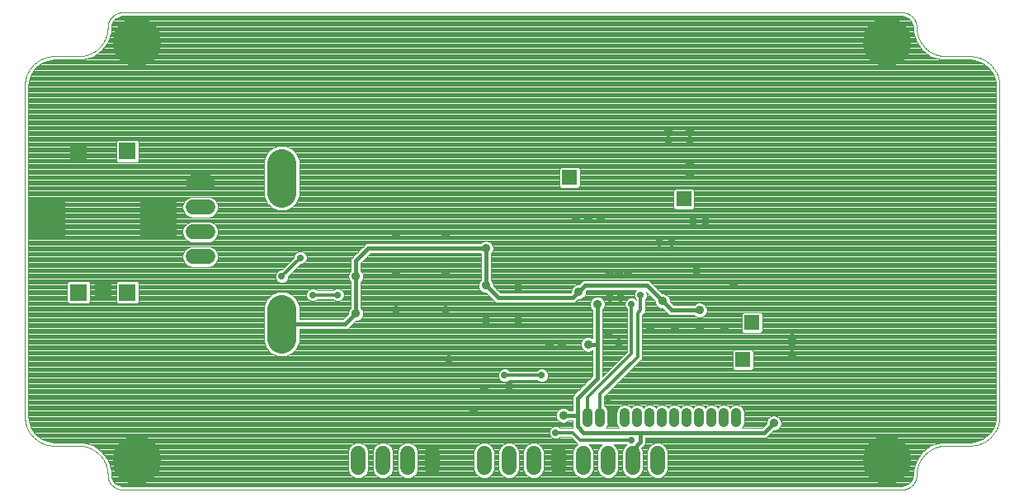
<source format=gbl>
G75*
%MOIN*%
%OFA0B0*%
%FSLAX25Y25*%
%IPPOS*%
%LPD*%
%AMOC8*
5,1,8,0,0,1.08239X$1,22.5*
%
%ADD10C,0.00394*%
%ADD11C,0.03962*%
%ADD12C,0.11811*%
%ADD13R,0.06693X0.06693*%
%ADD14R,0.14961X0.14961*%
%ADD15C,0.05906*%
%ADD16C,0.19685*%
%ADD17C,0.03562*%
%ADD18C,0.02775*%
%ADD19C,0.01600*%
%ADD20R,0.05906X0.05906*%
%ADD21C,0.01200*%
D10*
X0034677Y0025246D02*
X0037777Y0024238D01*
X0039406Y0024110D01*
X0051340Y0024110D01*
X0055318Y0022818D01*
X0055318Y0022818D01*
X0058702Y0020359D01*
X0058702Y0020359D01*
X0058702Y0020359D01*
X0061161Y0016975D01*
X0061161Y0016975D01*
X0062453Y0012997D01*
X0062453Y0010905D01*
X0062540Y0010025D01*
X0063214Y0008399D01*
X0064459Y0007154D01*
X0066085Y0006480D01*
X0066965Y0006394D01*
X0381926Y0006394D01*
X0382806Y0006480D01*
X0384432Y0007154D01*
X0385677Y0008399D01*
X0386351Y0010025D01*
X0386438Y0010906D01*
X0386438Y0012997D01*
X0387730Y0016975D01*
X0387730Y0016975D01*
X0390189Y0020359D01*
X0390189Y0020359D01*
X0393573Y0022818D01*
X0393573Y0022818D01*
X0397551Y0024110D01*
X0409485Y0024110D01*
X0411115Y0024238D01*
X0414214Y0025246D01*
X0416851Y0027161D01*
X0418767Y0029798D01*
X0419774Y0032898D01*
X0419902Y0034528D01*
X0419902Y0168386D01*
X0419774Y0170015D01*
X0418767Y0173115D01*
X0416851Y0175752D01*
X0414214Y0177668D01*
X0411115Y0178675D01*
X0409485Y0178803D01*
X0397551Y0178803D01*
X0393573Y0180096D01*
X0390189Y0182554D01*
X0390189Y0182554D01*
X0390189Y0182554D01*
X0387730Y0185938D01*
X0387730Y0185938D01*
X0386438Y0189916D01*
X0386438Y0192008D01*
X0386351Y0192888D01*
X0385677Y0194514D01*
X0384432Y0195759D01*
X0382806Y0196433D01*
X0381926Y0196520D01*
X0066965Y0196520D01*
X0066085Y0196433D01*
X0064459Y0195759D01*
X0063214Y0194514D01*
X0062540Y0192888D01*
X0062453Y0192008D01*
X0062453Y0189916D01*
X0061161Y0185938D01*
X0061161Y0185938D01*
X0058702Y0182554D01*
X0058702Y0182554D01*
X0058702Y0182554D01*
X0055318Y0180096D01*
X0055318Y0180096D01*
X0051340Y0178803D01*
X0039406Y0178803D01*
X0037777Y0178675D01*
X0034677Y0177668D01*
X0032040Y0175752D01*
X0030124Y0173115D01*
X0029117Y0170015D01*
X0028989Y0168386D01*
X0028989Y0034528D01*
X0029117Y0032898D01*
X0030124Y0029798D01*
X0032040Y0027161D01*
X0034677Y0025246D01*
X0034471Y0025395D02*
X0249034Y0025395D01*
X0249426Y0025003D02*
X0035424Y0025003D01*
X0036631Y0024611D02*
X0249818Y0024611D01*
X0250211Y0024218D02*
X0038032Y0024218D01*
X0039406Y0022717D02*
X0049249Y0022717D01*
X0052214Y0023826D02*
X0161166Y0023826D01*
X0161376Y0023913D02*
X0159851Y0023282D01*
X0158684Y0022114D01*
X0158052Y0020589D01*
X0158052Y0013033D01*
X0158684Y0011508D01*
X0159851Y0010340D01*
X0161376Y0009709D01*
X0163027Y0009709D01*
X0164552Y0010340D01*
X0165719Y0011508D01*
X0166351Y0013033D01*
X0166351Y0020589D01*
X0165719Y0022114D01*
X0164552Y0023282D01*
X0163027Y0023913D01*
X0161376Y0023913D01*
X0160219Y0023434D02*
X0053421Y0023434D01*
X0054629Y0023042D02*
X0159611Y0023042D01*
X0159219Y0022650D02*
X0055550Y0022650D01*
X0056089Y0022257D02*
X0158827Y0022257D01*
X0158580Y0021865D02*
X0056629Y0021865D01*
X0057169Y0021473D02*
X0158418Y0021473D01*
X0158255Y0021081D02*
X0057709Y0021081D01*
X0058249Y0020688D02*
X0158093Y0020688D01*
X0158052Y0020296D02*
X0058748Y0020296D01*
X0059033Y0019904D02*
X0158052Y0019904D01*
X0158052Y0019512D02*
X0059318Y0019512D01*
X0059603Y0019120D02*
X0158052Y0019120D01*
X0158052Y0018727D02*
X0059888Y0018727D01*
X0060173Y0018335D02*
X0158052Y0018335D01*
X0158052Y0017943D02*
X0060458Y0017943D01*
X0060743Y0017551D02*
X0158052Y0017551D01*
X0158052Y0017159D02*
X0061027Y0017159D01*
X0061229Y0016766D02*
X0158052Y0016766D01*
X0158052Y0016374D02*
X0061356Y0016374D01*
X0061484Y0015982D02*
X0158052Y0015982D01*
X0158052Y0015590D02*
X0061611Y0015590D01*
X0061738Y0015198D02*
X0158052Y0015198D01*
X0158052Y0014805D02*
X0061866Y0014805D01*
X0061993Y0014413D02*
X0158052Y0014413D01*
X0158052Y0014021D02*
X0062121Y0014021D01*
X0062248Y0013629D02*
X0158052Y0013629D01*
X0158052Y0013236D02*
X0062376Y0013236D01*
X0062453Y0012844D02*
X0158130Y0012844D01*
X0158292Y0012452D02*
X0062453Y0012452D01*
X0062453Y0012060D02*
X0158455Y0012060D01*
X0158617Y0011668D02*
X0062453Y0011668D01*
X0062453Y0011275D02*
X0158916Y0011275D01*
X0159308Y0010883D02*
X0062456Y0010883D01*
X0062494Y0010491D02*
X0159700Y0010491D01*
X0160434Y0010099D02*
X0062533Y0010099D01*
X0062672Y0009707D02*
X0386219Y0009707D01*
X0386358Y0010099D02*
X0284835Y0010099D01*
X0285418Y0010340D02*
X0286585Y0011508D01*
X0287217Y0013033D01*
X0287217Y0020589D01*
X0286585Y0022114D01*
X0285418Y0023282D01*
X0283893Y0023913D01*
X0282242Y0023913D01*
X0280717Y0023282D01*
X0279550Y0022114D01*
X0278918Y0020589D01*
X0278918Y0013033D01*
X0279550Y0011508D01*
X0280717Y0010340D01*
X0282242Y0009709D01*
X0283893Y0009709D01*
X0285418Y0010340D01*
X0285569Y0010491D02*
X0386397Y0010491D01*
X0386435Y0010883D02*
X0285961Y0010883D01*
X0286353Y0011275D02*
X0386438Y0011275D01*
X0386438Y0011668D02*
X0286652Y0011668D01*
X0286814Y0012060D02*
X0386438Y0012060D01*
X0386438Y0012452D02*
X0286977Y0012452D01*
X0287139Y0012844D02*
X0386438Y0012844D01*
X0386515Y0013236D02*
X0287217Y0013236D01*
X0287217Y0013629D02*
X0386643Y0013629D01*
X0386770Y0014021D02*
X0287217Y0014021D01*
X0287217Y0014413D02*
X0386898Y0014413D01*
X0387025Y0014805D02*
X0287217Y0014805D01*
X0287217Y0015198D02*
X0387153Y0015198D01*
X0387280Y0015590D02*
X0287217Y0015590D01*
X0287217Y0015982D02*
X0387408Y0015982D01*
X0387535Y0016374D02*
X0287217Y0016374D01*
X0287217Y0016766D02*
X0387662Y0016766D01*
X0387864Y0017159D02*
X0287217Y0017159D01*
X0287217Y0017551D02*
X0388149Y0017551D01*
X0388433Y0017943D02*
X0287217Y0017943D01*
X0287217Y0018335D02*
X0388718Y0018335D01*
X0389003Y0018727D02*
X0287217Y0018727D01*
X0287217Y0019120D02*
X0389288Y0019120D01*
X0389573Y0019512D02*
X0287217Y0019512D01*
X0287217Y0019904D02*
X0389858Y0019904D01*
X0390143Y0020296D02*
X0287217Y0020296D01*
X0287176Y0020688D02*
X0390642Y0020688D01*
X0390189Y0020359D02*
X0390189Y0020359D01*
X0391182Y0021081D02*
X0287014Y0021081D01*
X0286851Y0021473D02*
X0391722Y0021473D01*
X0392262Y0021865D02*
X0286689Y0021865D01*
X0286442Y0022257D02*
X0392802Y0022257D01*
X0393341Y0022650D02*
X0286050Y0022650D01*
X0285658Y0023042D02*
X0394263Y0023042D01*
X0395470Y0023434D02*
X0285050Y0023434D01*
X0284103Y0023826D02*
X0396677Y0023826D01*
X0399642Y0022717D02*
X0409485Y0022717D01*
X0410859Y0024218D02*
X0278342Y0024218D01*
X0278342Y0023826D02*
X0282032Y0023826D01*
X0281085Y0023434D02*
X0278228Y0023434D01*
X0278342Y0023548D02*
X0278342Y0026128D01*
X0327172Y0026128D01*
X0328342Y0027298D01*
X0329941Y0028897D01*
X0330687Y0028897D01*
X0331782Y0029350D01*
X0332620Y0030188D01*
X0333073Y0031283D01*
X0333073Y0032467D01*
X0332620Y0033562D01*
X0331782Y0034400D01*
X0330687Y0034853D01*
X0329503Y0034853D01*
X0328408Y0034400D01*
X0327571Y0033562D01*
X0327117Y0032467D01*
X0327117Y0031721D01*
X0325518Y0030122D01*
X0317342Y0030122D01*
X0317573Y0030353D01*
X0318057Y0031521D01*
X0318057Y0036747D01*
X0317573Y0037915D01*
X0316679Y0038809D01*
X0315511Y0039293D01*
X0314246Y0039293D01*
X0313078Y0038809D01*
X0312379Y0038109D01*
X0311679Y0038809D01*
X0310511Y0039293D01*
X0309246Y0039293D01*
X0308078Y0038809D01*
X0307379Y0038109D01*
X0306679Y0038809D01*
X0305511Y0039293D01*
X0304246Y0039293D01*
X0303078Y0038809D01*
X0302379Y0038109D01*
X0301679Y0038809D01*
X0300511Y0039293D01*
X0299246Y0039293D01*
X0298078Y0038809D01*
X0297379Y0038109D01*
X0296679Y0038809D01*
X0295511Y0039293D01*
X0294246Y0039293D01*
X0293078Y0038809D01*
X0292379Y0038109D01*
X0291679Y0038809D01*
X0290511Y0039293D01*
X0289246Y0039293D01*
X0288078Y0038809D01*
X0287379Y0038109D01*
X0286679Y0038809D01*
X0285511Y0039293D01*
X0284246Y0039293D01*
X0283078Y0038809D01*
X0282379Y0038109D01*
X0281679Y0038809D01*
X0280511Y0039293D01*
X0279246Y0039293D01*
X0278078Y0038809D01*
X0277379Y0038109D01*
X0276679Y0038809D01*
X0275511Y0039293D01*
X0274246Y0039293D01*
X0273078Y0038809D01*
X0272379Y0038109D01*
X0271679Y0038809D01*
X0270511Y0039293D01*
X0269246Y0039293D01*
X0268078Y0038809D01*
X0267184Y0037915D01*
X0266701Y0036747D01*
X0266701Y0031521D01*
X0267184Y0030353D01*
X0267415Y0030122D01*
X0262342Y0030122D01*
X0262573Y0030353D01*
X0263057Y0031521D01*
X0263057Y0036747D01*
X0262573Y0037915D01*
X0261679Y0038809D01*
X0261675Y0038810D01*
X0261675Y0042789D01*
X0276892Y0058006D01*
X0276892Y0075506D01*
X0278142Y0076756D01*
X0278142Y0081892D01*
X0278536Y0082286D01*
X0278929Y0083236D01*
X0278929Y0084264D01*
X0278698Y0084824D01*
X0282117Y0081404D01*
X0282117Y0080658D01*
X0282571Y0079563D01*
X0283408Y0078725D01*
X0284503Y0078272D01*
X0285249Y0078272D01*
X0286848Y0076673D01*
X0288018Y0075503D01*
X0297881Y0075503D01*
X0298408Y0074975D01*
X0299503Y0074522D01*
X0300687Y0074522D01*
X0301782Y0074975D01*
X0302620Y0075813D01*
X0303073Y0076908D01*
X0303073Y0078092D01*
X0302620Y0079187D01*
X0301782Y0080025D01*
X0300687Y0080478D01*
X0299503Y0080478D01*
X0298408Y0080025D01*
X0297881Y0079497D01*
X0289672Y0079497D01*
X0288073Y0081096D01*
X0288073Y0081842D01*
X0287620Y0082937D01*
X0286782Y0083775D01*
X0285687Y0084228D01*
X0284941Y0084228D01*
X0279672Y0089497D01*
X0253018Y0089497D01*
X0251499Y0087978D01*
X0250753Y0087978D01*
X0249658Y0087525D01*
X0248821Y0086687D01*
X0248367Y0085592D01*
X0248367Y0084846D01*
X0248018Y0084497D01*
X0219672Y0084497D01*
X0216823Y0087346D01*
X0216823Y0088092D01*
X0216370Y0089187D01*
X0215842Y0089715D01*
X0215842Y0100285D01*
X0216370Y0100813D01*
X0216823Y0101908D01*
X0216823Y0103092D01*
X0216370Y0104187D01*
X0215532Y0105025D01*
X0214437Y0105478D01*
X0213253Y0105478D01*
X0212158Y0105025D01*
X0211631Y0104497D01*
X0165518Y0104497D01*
X0164348Y0103327D01*
X0159348Y0098327D01*
X0159348Y0093465D01*
X0158821Y0092937D01*
X0158367Y0091842D01*
X0158367Y0090658D01*
X0158821Y0089563D01*
X0159348Y0089035D01*
X0159348Y0078465D01*
X0158821Y0077937D01*
X0158367Y0076842D01*
X0158367Y0076096D01*
X0156197Y0073926D01*
X0138438Y0073926D01*
X0138438Y0079247D01*
X0137356Y0081858D01*
X0135358Y0083856D01*
X0132748Y0084937D01*
X0129923Y0084937D01*
X0127312Y0083856D01*
X0125314Y0081858D01*
X0124233Y0079247D01*
X0124233Y0064611D01*
X0125314Y0062000D01*
X0127312Y0060003D01*
X0129923Y0058921D01*
X0132748Y0058921D01*
X0135358Y0060003D01*
X0137356Y0062000D01*
X0138438Y0064611D01*
X0138438Y0069932D01*
X0157851Y0069932D01*
X0161191Y0073272D01*
X0161937Y0073272D01*
X0163032Y0073725D01*
X0163870Y0074563D01*
X0164323Y0075658D01*
X0164323Y0076842D01*
X0163870Y0077937D01*
X0163342Y0078465D01*
X0163342Y0089035D01*
X0163870Y0089563D01*
X0164323Y0090658D01*
X0164323Y0091842D01*
X0163870Y0092937D01*
X0163342Y0093465D01*
X0163342Y0096673D01*
X0167172Y0100503D01*
X0211631Y0100503D01*
X0211848Y0100285D01*
X0211848Y0089715D01*
X0211321Y0089187D01*
X0210867Y0088092D01*
X0210867Y0086908D01*
X0211321Y0085813D01*
X0212158Y0084975D01*
X0213253Y0084522D01*
X0213999Y0084522D01*
X0216848Y0081673D01*
X0216848Y0081673D01*
X0218018Y0080503D01*
X0249672Y0080503D01*
X0251191Y0082022D01*
X0251937Y0082022D01*
X0253032Y0082475D01*
X0253870Y0083313D01*
X0254323Y0084408D01*
X0254323Y0085154D01*
X0254672Y0085503D01*
X0274444Y0085503D01*
X0274154Y0085214D01*
X0273761Y0084264D01*
X0273761Y0083236D01*
X0274154Y0082286D01*
X0274548Y0081892D01*
X0274548Y0081702D01*
X0274059Y0082191D01*
X0273109Y0082584D01*
X0272081Y0082584D01*
X0271131Y0082191D01*
X0270404Y0081464D01*
X0270011Y0080514D01*
X0270011Y0079486D01*
X0270404Y0078536D01*
X0270798Y0078142D01*
X0270798Y0060744D01*
X0260842Y0050788D01*
X0260842Y0077785D01*
X0261370Y0078313D01*
X0261823Y0079408D01*
X0261823Y0080592D01*
X0261370Y0081687D01*
X0260532Y0082525D01*
X0259437Y0082978D01*
X0258253Y0082978D01*
X0257158Y0082525D01*
X0256321Y0081687D01*
X0255867Y0080592D01*
X0255867Y0079408D01*
X0256321Y0078313D01*
X0256848Y0077785D01*
X0256848Y0066208D01*
X0256782Y0066275D01*
X0255687Y0066728D01*
X0254503Y0066728D01*
X0253408Y0066275D01*
X0252571Y0065437D01*
X0252117Y0064342D01*
X0252117Y0063158D01*
X0252571Y0062063D01*
X0253408Y0061225D01*
X0254503Y0060772D01*
X0255687Y0060772D01*
X0256782Y0061225D01*
X0256848Y0061292D01*
X0256848Y0050827D01*
X0249893Y0043872D01*
X0248723Y0042702D01*
X0248723Y0036997D01*
X0247310Y0036997D01*
X0246782Y0037525D01*
X0245687Y0037978D01*
X0244503Y0037978D01*
X0243408Y0037525D01*
X0242571Y0036687D01*
X0242117Y0035592D01*
X0242117Y0034408D01*
X0242571Y0033313D01*
X0243408Y0032475D01*
X0244503Y0032022D01*
X0245687Y0032022D01*
X0246782Y0032475D01*
X0247310Y0033003D01*
X0248723Y0033003D01*
X0248723Y0029922D01*
X0243828Y0029922D01*
X0243434Y0030316D01*
X0242484Y0030709D01*
X0241456Y0030709D01*
X0240506Y0030316D01*
X0239779Y0029589D01*
X0239386Y0028639D01*
X0239386Y0027611D01*
X0239779Y0026661D01*
X0240506Y0025934D01*
X0241456Y0025541D01*
X0242484Y0025541D01*
X0243434Y0025934D01*
X0243828Y0026328D01*
X0248101Y0026328D01*
X0251021Y0023408D01*
X0250717Y0023282D01*
X0249550Y0022114D01*
X0248918Y0020589D01*
X0248918Y0013033D01*
X0249550Y0011508D01*
X0250717Y0010340D01*
X0252242Y0009709D01*
X0253893Y0009709D01*
X0255418Y0010340D01*
X0256585Y0011508D01*
X0257217Y0013033D01*
X0257217Y0020589D01*
X0256585Y0022114D01*
X0255497Y0023203D01*
X0260639Y0023203D01*
X0259550Y0022114D01*
X0258918Y0020589D01*
X0258918Y0013033D01*
X0259550Y0011508D01*
X0260717Y0010340D01*
X0262242Y0009709D01*
X0263893Y0009709D01*
X0265418Y0010340D01*
X0266585Y0011508D01*
X0267217Y0013033D01*
X0267217Y0020589D01*
X0266585Y0022114D01*
X0265497Y0023203D01*
X0270639Y0023203D01*
X0269550Y0022114D01*
X0268918Y0020589D01*
X0268918Y0013033D01*
X0269550Y0011508D01*
X0270717Y0010340D01*
X0272242Y0009709D01*
X0273893Y0009709D01*
X0275418Y0010340D01*
X0276585Y0011508D01*
X0277217Y0013033D01*
X0277217Y0020589D01*
X0276680Y0021886D01*
X0277172Y0022378D01*
X0277172Y0022378D01*
X0278342Y0023548D01*
X0277836Y0023042D02*
X0280477Y0023042D01*
X0280085Y0022650D02*
X0277444Y0022650D01*
X0277051Y0022257D02*
X0279693Y0022257D01*
X0279446Y0021865D02*
X0276689Y0021865D01*
X0276851Y0021473D02*
X0279284Y0021473D01*
X0279122Y0021081D02*
X0277014Y0021081D01*
X0277176Y0020688D02*
X0278959Y0020688D01*
X0278918Y0020296D02*
X0277217Y0020296D01*
X0277217Y0019904D02*
X0278918Y0019904D01*
X0278918Y0019512D02*
X0277217Y0019512D01*
X0277217Y0019120D02*
X0278918Y0019120D01*
X0278918Y0018727D02*
X0277217Y0018727D01*
X0277217Y0018335D02*
X0278918Y0018335D01*
X0278918Y0017943D02*
X0277217Y0017943D01*
X0277217Y0017551D02*
X0278918Y0017551D01*
X0278918Y0017159D02*
X0277217Y0017159D01*
X0277217Y0016766D02*
X0278918Y0016766D01*
X0278918Y0016374D02*
X0277217Y0016374D01*
X0277217Y0015982D02*
X0278918Y0015982D01*
X0278918Y0015590D02*
X0277217Y0015590D01*
X0277217Y0015198D02*
X0278918Y0015198D01*
X0278918Y0014805D02*
X0277217Y0014805D01*
X0277217Y0014413D02*
X0278918Y0014413D01*
X0278918Y0014021D02*
X0277217Y0014021D01*
X0277217Y0013629D02*
X0278918Y0013629D01*
X0278918Y0013236D02*
X0277217Y0013236D01*
X0277139Y0012844D02*
X0278996Y0012844D01*
X0279159Y0012452D02*
X0276977Y0012452D01*
X0276814Y0012060D02*
X0279321Y0012060D01*
X0279483Y0011668D02*
X0276652Y0011668D01*
X0276353Y0011275D02*
X0279782Y0011275D01*
X0280174Y0010883D02*
X0275961Y0010883D01*
X0275569Y0010491D02*
X0280566Y0010491D01*
X0281300Y0010099D02*
X0274835Y0010099D01*
X0271300Y0010099D02*
X0264835Y0010099D01*
X0265569Y0010491D02*
X0270566Y0010491D01*
X0270174Y0010883D02*
X0265961Y0010883D01*
X0266353Y0011275D02*
X0269782Y0011275D01*
X0269483Y0011668D02*
X0266652Y0011668D01*
X0266814Y0012060D02*
X0269321Y0012060D01*
X0269159Y0012452D02*
X0266977Y0012452D01*
X0267139Y0012844D02*
X0268996Y0012844D01*
X0268918Y0013236D02*
X0267217Y0013236D01*
X0267217Y0013629D02*
X0268918Y0013629D01*
X0268918Y0014021D02*
X0267217Y0014021D01*
X0267217Y0014413D02*
X0268918Y0014413D01*
X0268918Y0014805D02*
X0267217Y0014805D01*
X0267217Y0015198D02*
X0268918Y0015198D01*
X0268918Y0015590D02*
X0267217Y0015590D01*
X0267217Y0015982D02*
X0268918Y0015982D01*
X0268918Y0016374D02*
X0267217Y0016374D01*
X0267217Y0016766D02*
X0268918Y0016766D01*
X0268918Y0017159D02*
X0267217Y0017159D01*
X0267217Y0017551D02*
X0268918Y0017551D01*
X0268918Y0017943D02*
X0267217Y0017943D01*
X0267217Y0018335D02*
X0268918Y0018335D01*
X0268918Y0018727D02*
X0267217Y0018727D01*
X0267217Y0019120D02*
X0268918Y0019120D01*
X0268918Y0019512D02*
X0267217Y0019512D01*
X0267217Y0019904D02*
X0268918Y0019904D01*
X0268918Y0020296D02*
X0267217Y0020296D01*
X0267176Y0020688D02*
X0268959Y0020688D01*
X0269122Y0021081D02*
X0267014Y0021081D01*
X0266851Y0021473D02*
X0269284Y0021473D01*
X0269446Y0021865D02*
X0266689Y0021865D01*
X0266442Y0022257D02*
X0269693Y0022257D01*
X0270085Y0022650D02*
X0266050Y0022650D01*
X0265658Y0023042D02*
X0270477Y0023042D01*
X0278342Y0024611D02*
X0412260Y0024611D01*
X0413467Y0025003D02*
X0278342Y0025003D01*
X0278342Y0025395D02*
X0414420Y0025395D01*
X0414960Y0025787D02*
X0278342Y0025787D01*
X0267126Y0030494D02*
X0262631Y0030494D01*
X0262794Y0030886D02*
X0266964Y0030886D01*
X0266801Y0031278D02*
X0262956Y0031278D01*
X0263057Y0031670D02*
X0266701Y0031670D01*
X0266701Y0032063D02*
X0263057Y0032063D01*
X0263057Y0032455D02*
X0266701Y0032455D01*
X0266701Y0032847D02*
X0263057Y0032847D01*
X0263057Y0033239D02*
X0266701Y0033239D01*
X0266701Y0033631D02*
X0263057Y0033631D01*
X0263057Y0034024D02*
X0266701Y0034024D01*
X0266701Y0034416D02*
X0263057Y0034416D01*
X0263057Y0034808D02*
X0266701Y0034808D01*
X0266701Y0035200D02*
X0263057Y0035200D01*
X0263057Y0035593D02*
X0266701Y0035593D01*
X0266701Y0035985D02*
X0263057Y0035985D01*
X0263057Y0036377D02*
X0266701Y0036377D01*
X0266710Y0036769D02*
X0263047Y0036769D01*
X0262885Y0037161D02*
X0266872Y0037161D01*
X0267035Y0037554D02*
X0262722Y0037554D01*
X0262542Y0037946D02*
X0267215Y0037946D01*
X0267607Y0038338D02*
X0262150Y0038338D01*
X0261758Y0038730D02*
X0268000Y0038730D01*
X0268835Y0039122D02*
X0261675Y0039122D01*
X0261675Y0039515D02*
X0419902Y0039515D01*
X0419902Y0039907D02*
X0261675Y0039907D01*
X0261675Y0040299D02*
X0419902Y0040299D01*
X0419902Y0040691D02*
X0261675Y0040691D01*
X0261675Y0041084D02*
X0419902Y0041084D01*
X0419902Y0041476D02*
X0261675Y0041476D01*
X0261675Y0041868D02*
X0419902Y0041868D01*
X0419902Y0042260D02*
X0261675Y0042260D01*
X0261675Y0042652D02*
X0419902Y0042652D01*
X0419902Y0043045D02*
X0261931Y0043045D01*
X0262323Y0043437D02*
X0419902Y0043437D01*
X0419902Y0043829D02*
X0262715Y0043829D01*
X0263107Y0044221D02*
X0419902Y0044221D01*
X0419902Y0044613D02*
X0263500Y0044613D01*
X0263892Y0045006D02*
X0419902Y0045006D01*
X0419902Y0045398D02*
X0264284Y0045398D01*
X0264676Y0045790D02*
X0419902Y0045790D01*
X0419902Y0046182D02*
X0265069Y0046182D01*
X0265461Y0046574D02*
X0419902Y0046574D01*
X0419902Y0046967D02*
X0265853Y0046967D01*
X0266245Y0047359D02*
X0419902Y0047359D01*
X0419902Y0047751D02*
X0266637Y0047751D01*
X0267030Y0048143D02*
X0419902Y0048143D01*
X0419902Y0048536D02*
X0267422Y0048536D01*
X0267814Y0048928D02*
X0419902Y0048928D01*
X0419902Y0049320D02*
X0268206Y0049320D01*
X0268598Y0049712D02*
X0419902Y0049712D01*
X0419902Y0050104D02*
X0268991Y0050104D01*
X0269383Y0050497D02*
X0419902Y0050497D01*
X0419902Y0050889D02*
X0269775Y0050889D01*
X0270167Y0051281D02*
X0419902Y0051281D01*
X0419902Y0051673D02*
X0270560Y0051673D01*
X0270952Y0052065D02*
X0419902Y0052065D01*
X0419902Y0052458D02*
X0271344Y0052458D01*
X0271736Y0052850D02*
X0419902Y0052850D01*
X0419902Y0053242D02*
X0272128Y0053242D01*
X0272521Y0053634D02*
X0313863Y0053634D01*
X0314147Y0053350D02*
X0321044Y0053350D01*
X0321745Y0054051D01*
X0321745Y0060948D01*
X0321044Y0061650D01*
X0314147Y0061650D01*
X0313446Y0060948D01*
X0313446Y0054051D01*
X0314147Y0053350D01*
X0313471Y0054027D02*
X0272913Y0054027D01*
X0273305Y0054419D02*
X0313446Y0054419D01*
X0313446Y0054811D02*
X0273697Y0054811D01*
X0274089Y0055203D02*
X0313446Y0055203D01*
X0313446Y0055595D02*
X0274482Y0055595D01*
X0274874Y0055988D02*
X0313446Y0055988D01*
X0313446Y0056380D02*
X0275266Y0056380D01*
X0275658Y0056772D02*
X0313446Y0056772D01*
X0313446Y0057164D02*
X0276050Y0057164D01*
X0276443Y0057556D02*
X0313446Y0057556D01*
X0313446Y0057949D02*
X0276835Y0057949D01*
X0276892Y0058341D02*
X0313446Y0058341D01*
X0313446Y0058733D02*
X0276892Y0058733D01*
X0276892Y0059125D02*
X0313446Y0059125D01*
X0313446Y0059517D02*
X0276892Y0059517D01*
X0276892Y0059910D02*
X0313446Y0059910D01*
X0313446Y0060302D02*
X0276892Y0060302D01*
X0276892Y0060694D02*
X0313446Y0060694D01*
X0313583Y0061086D02*
X0276892Y0061086D01*
X0276892Y0061479D02*
X0313976Y0061479D01*
X0321215Y0061479D02*
X0419902Y0061479D01*
X0419902Y0061871D02*
X0276892Y0061871D01*
X0276892Y0062263D02*
X0419902Y0062263D01*
X0419902Y0062655D02*
X0276892Y0062655D01*
X0276892Y0063047D02*
X0419902Y0063047D01*
X0419902Y0063440D02*
X0276892Y0063440D01*
X0276892Y0063832D02*
X0419902Y0063832D01*
X0419902Y0064224D02*
X0276892Y0064224D01*
X0276892Y0064616D02*
X0419902Y0064616D01*
X0419902Y0065008D02*
X0276892Y0065008D01*
X0276892Y0065401D02*
X0419902Y0065401D01*
X0419902Y0065793D02*
X0276892Y0065793D01*
X0276892Y0066185D02*
X0419902Y0066185D01*
X0419902Y0066577D02*
X0276892Y0066577D01*
X0276892Y0066970D02*
X0419902Y0066970D01*
X0419902Y0067362D02*
X0276892Y0067362D01*
X0276892Y0067754D02*
X0419902Y0067754D01*
X0419902Y0068146D02*
X0276892Y0068146D01*
X0276892Y0068538D02*
X0317709Y0068538D01*
X0317897Y0068350D02*
X0324794Y0068350D01*
X0325495Y0069051D01*
X0325495Y0075948D01*
X0324794Y0076650D01*
X0317897Y0076650D01*
X0317196Y0075948D01*
X0317196Y0069051D01*
X0317897Y0068350D01*
X0317316Y0068931D02*
X0276892Y0068931D01*
X0276892Y0069323D02*
X0317196Y0069323D01*
X0317196Y0069715D02*
X0276892Y0069715D01*
X0276892Y0070107D02*
X0317196Y0070107D01*
X0317196Y0070499D02*
X0276892Y0070499D01*
X0276892Y0070892D02*
X0317196Y0070892D01*
X0317196Y0071284D02*
X0276892Y0071284D01*
X0276892Y0071676D02*
X0317196Y0071676D01*
X0317196Y0072068D02*
X0276892Y0072068D01*
X0276892Y0072460D02*
X0317196Y0072460D01*
X0317196Y0072853D02*
X0276892Y0072853D01*
X0276892Y0073245D02*
X0317196Y0073245D01*
X0317196Y0073637D02*
X0276892Y0073637D01*
X0276892Y0074029D02*
X0317196Y0074029D01*
X0317196Y0074422D02*
X0276892Y0074422D01*
X0276892Y0074814D02*
X0298799Y0074814D01*
X0298178Y0075206D02*
X0276892Y0075206D01*
X0276984Y0075598D02*
X0287923Y0075598D01*
X0287531Y0075990D02*
X0277377Y0075990D01*
X0277769Y0076383D02*
X0287139Y0076383D01*
X0286746Y0076775D02*
X0278142Y0076775D01*
X0278142Y0077167D02*
X0286354Y0077167D01*
X0285962Y0077559D02*
X0278142Y0077559D01*
X0278142Y0077951D02*
X0285570Y0077951D01*
X0284330Y0078344D02*
X0278142Y0078344D01*
X0278142Y0078736D02*
X0283398Y0078736D01*
X0283006Y0079128D02*
X0278142Y0079128D01*
X0278142Y0079520D02*
X0282613Y0079520D01*
X0282426Y0079913D02*
X0278142Y0079913D01*
X0278142Y0080305D02*
X0282263Y0080305D01*
X0282117Y0080697D02*
X0278142Y0080697D01*
X0278142Y0081089D02*
X0282117Y0081089D01*
X0282040Y0081481D02*
X0278142Y0081481D01*
X0278142Y0081874D02*
X0281648Y0081874D01*
X0281255Y0082266D02*
X0278516Y0082266D01*
X0278690Y0082658D02*
X0280863Y0082658D01*
X0280471Y0083050D02*
X0278852Y0083050D01*
X0278929Y0083442D02*
X0280079Y0083442D01*
X0279687Y0083835D02*
X0278929Y0083835D01*
X0278929Y0084227D02*
X0279294Y0084227D01*
X0278902Y0084619D02*
X0278782Y0084619D01*
X0281805Y0087365D02*
X0419902Y0087365D01*
X0419902Y0087757D02*
X0281412Y0087757D01*
X0281020Y0088149D02*
X0419902Y0088149D01*
X0419902Y0088541D02*
X0280628Y0088541D01*
X0280236Y0088933D02*
X0419902Y0088933D01*
X0419902Y0089326D02*
X0279843Y0089326D01*
X0282197Y0086972D02*
X0419902Y0086972D01*
X0419902Y0086580D02*
X0282589Y0086580D01*
X0282981Y0086188D02*
X0419902Y0086188D01*
X0419902Y0085796D02*
X0283373Y0085796D01*
X0283766Y0085403D02*
X0419902Y0085403D01*
X0419902Y0085011D02*
X0284158Y0085011D01*
X0284550Y0084619D02*
X0419902Y0084619D01*
X0419902Y0084227D02*
X0285690Y0084227D01*
X0286637Y0083835D02*
X0419902Y0083835D01*
X0419902Y0083442D02*
X0287114Y0083442D01*
X0287506Y0083050D02*
X0419902Y0083050D01*
X0419902Y0082658D02*
X0287735Y0082658D01*
X0287898Y0082266D02*
X0419902Y0082266D01*
X0419902Y0081874D02*
X0288060Y0081874D01*
X0288073Y0081481D02*
X0419902Y0081481D01*
X0419902Y0081089D02*
X0288080Y0081089D01*
X0288472Y0080697D02*
X0419902Y0080697D01*
X0419902Y0080305D02*
X0301106Y0080305D01*
X0301894Y0079913D02*
X0419902Y0079913D01*
X0419902Y0079520D02*
X0302286Y0079520D01*
X0302644Y0079128D02*
X0419902Y0079128D01*
X0419902Y0078736D02*
X0302807Y0078736D01*
X0302969Y0078344D02*
X0419902Y0078344D01*
X0419902Y0077951D02*
X0303073Y0077951D01*
X0303073Y0077559D02*
X0419902Y0077559D01*
X0419902Y0077167D02*
X0303073Y0077167D01*
X0303018Y0076775D02*
X0419902Y0076775D01*
X0419902Y0076383D02*
X0325061Y0076383D01*
X0325453Y0075990D02*
X0419902Y0075990D01*
X0419902Y0075598D02*
X0325495Y0075598D01*
X0325495Y0075206D02*
X0419902Y0075206D01*
X0419902Y0074814D02*
X0325495Y0074814D01*
X0325495Y0074422D02*
X0419902Y0074422D01*
X0419902Y0074029D02*
X0325495Y0074029D01*
X0325495Y0073637D02*
X0419902Y0073637D01*
X0419902Y0073245D02*
X0325495Y0073245D01*
X0325495Y0072853D02*
X0419902Y0072853D01*
X0419902Y0072460D02*
X0325495Y0072460D01*
X0325495Y0072068D02*
X0419902Y0072068D01*
X0419902Y0071676D02*
X0325495Y0071676D01*
X0325495Y0071284D02*
X0419902Y0071284D01*
X0419902Y0070892D02*
X0325495Y0070892D01*
X0325495Y0070499D02*
X0419902Y0070499D01*
X0419902Y0070107D02*
X0325495Y0070107D01*
X0325495Y0069715D02*
X0419902Y0069715D01*
X0419902Y0069323D02*
X0325495Y0069323D01*
X0325374Y0068931D02*
X0419902Y0068931D01*
X0419902Y0068538D02*
X0324982Y0068538D01*
X0321607Y0061086D02*
X0419902Y0061086D01*
X0419902Y0060694D02*
X0321745Y0060694D01*
X0321745Y0060302D02*
X0419902Y0060302D01*
X0419902Y0059910D02*
X0321745Y0059910D01*
X0321745Y0059517D02*
X0419902Y0059517D01*
X0419902Y0059125D02*
X0321745Y0059125D01*
X0321745Y0058733D02*
X0419902Y0058733D01*
X0419902Y0058341D02*
X0321745Y0058341D01*
X0321745Y0057949D02*
X0419902Y0057949D01*
X0419902Y0057556D02*
X0321745Y0057556D01*
X0321745Y0057164D02*
X0419902Y0057164D01*
X0419902Y0056772D02*
X0321745Y0056772D01*
X0321745Y0056380D02*
X0419902Y0056380D01*
X0419902Y0055988D02*
X0321745Y0055988D01*
X0321745Y0055595D02*
X0419902Y0055595D01*
X0419902Y0055203D02*
X0321745Y0055203D01*
X0321745Y0054811D02*
X0419902Y0054811D01*
X0419902Y0054419D02*
X0321745Y0054419D01*
X0321720Y0054027D02*
X0419902Y0054027D01*
X0419902Y0053634D02*
X0321328Y0053634D01*
X0315922Y0039122D02*
X0419902Y0039122D01*
X0419902Y0038730D02*
X0316758Y0038730D01*
X0317150Y0038338D02*
X0419902Y0038338D01*
X0419902Y0037946D02*
X0317542Y0037946D01*
X0317722Y0037554D02*
X0419902Y0037554D01*
X0419902Y0037161D02*
X0317885Y0037161D01*
X0318047Y0036769D02*
X0419902Y0036769D01*
X0419902Y0036377D02*
X0318057Y0036377D01*
X0318057Y0035985D02*
X0419902Y0035985D01*
X0419902Y0035593D02*
X0318057Y0035593D01*
X0318057Y0035200D02*
X0419902Y0035200D01*
X0419902Y0034808D02*
X0330796Y0034808D01*
X0331743Y0034416D02*
X0419893Y0034416D01*
X0419863Y0034024D02*
X0332158Y0034024D01*
X0332550Y0033631D02*
X0419832Y0033631D01*
X0419801Y0033239D02*
X0332753Y0033239D01*
X0332916Y0032847D02*
X0419757Y0032847D01*
X0419630Y0032455D02*
X0333073Y0032455D01*
X0333073Y0032063D02*
X0419503Y0032063D01*
X0419375Y0031670D02*
X0333073Y0031670D01*
X0333071Y0031278D02*
X0419248Y0031278D01*
X0419120Y0030886D02*
X0332909Y0030886D01*
X0332746Y0030494D02*
X0418993Y0030494D01*
X0418865Y0030102D02*
X0332533Y0030102D01*
X0332141Y0029709D02*
X0418702Y0029709D01*
X0418417Y0029317D02*
X0331702Y0029317D01*
X0330755Y0028925D02*
X0418132Y0028925D01*
X0417847Y0028533D02*
X0329577Y0028533D01*
X0329185Y0028141D02*
X0417562Y0028141D01*
X0417277Y0027748D02*
X0328792Y0027748D01*
X0328400Y0027356D02*
X0416993Y0027356D01*
X0416579Y0026964D02*
X0328008Y0026964D01*
X0327616Y0026572D02*
X0416039Y0026572D01*
X0415500Y0026179D02*
X0327224Y0026179D01*
X0325890Y0030494D02*
X0317631Y0030494D01*
X0317794Y0030886D02*
X0326282Y0030886D01*
X0326674Y0031278D02*
X0317956Y0031278D01*
X0318057Y0031670D02*
X0327067Y0031670D01*
X0327117Y0032063D02*
X0318057Y0032063D01*
X0318057Y0032455D02*
X0327117Y0032455D01*
X0327274Y0032847D02*
X0318057Y0032847D01*
X0318057Y0033239D02*
X0327437Y0033239D01*
X0327640Y0033631D02*
X0318057Y0033631D01*
X0318057Y0034024D02*
X0328032Y0034024D01*
X0328448Y0034416D02*
X0318057Y0034416D01*
X0318057Y0034808D02*
X0329395Y0034808D01*
X0313835Y0039122D02*
X0310922Y0039122D01*
X0311758Y0038730D02*
X0313000Y0038730D01*
X0312607Y0038338D02*
X0312150Y0038338D01*
X0308835Y0039122D02*
X0305922Y0039122D01*
X0306758Y0038730D02*
X0308000Y0038730D01*
X0307607Y0038338D02*
X0307150Y0038338D01*
X0303835Y0039122D02*
X0300922Y0039122D01*
X0301758Y0038730D02*
X0303000Y0038730D01*
X0302607Y0038338D02*
X0302150Y0038338D01*
X0298835Y0039122D02*
X0295922Y0039122D01*
X0296758Y0038730D02*
X0298000Y0038730D01*
X0297607Y0038338D02*
X0297150Y0038338D01*
X0293835Y0039122D02*
X0290922Y0039122D01*
X0291758Y0038730D02*
X0293000Y0038730D01*
X0292607Y0038338D02*
X0292150Y0038338D01*
X0288835Y0039122D02*
X0285922Y0039122D01*
X0286758Y0038730D02*
X0288000Y0038730D01*
X0287607Y0038338D02*
X0287150Y0038338D01*
X0283835Y0039122D02*
X0280922Y0039122D01*
X0281758Y0038730D02*
X0283000Y0038730D01*
X0282607Y0038338D02*
X0282150Y0038338D01*
X0278835Y0039122D02*
X0275922Y0039122D01*
X0276758Y0038730D02*
X0278000Y0038730D01*
X0277607Y0038338D02*
X0277150Y0038338D01*
X0273835Y0039122D02*
X0270922Y0039122D01*
X0271758Y0038730D02*
X0273000Y0038730D01*
X0272607Y0038338D02*
X0272150Y0038338D01*
X0255341Y0049320D02*
X0238070Y0049320D01*
X0237809Y0049059D02*
X0238536Y0049786D01*
X0238929Y0050736D01*
X0238929Y0051764D01*
X0238536Y0052714D01*
X0237809Y0053441D01*
X0236859Y0053834D01*
X0235831Y0053834D01*
X0234881Y0053441D01*
X0234487Y0053047D01*
X0223203Y0053047D01*
X0222809Y0053441D01*
X0221859Y0053834D01*
X0220831Y0053834D01*
X0219881Y0053441D01*
X0219154Y0052714D01*
X0218761Y0051764D01*
X0218761Y0050736D01*
X0219154Y0049786D01*
X0219881Y0049059D01*
X0220831Y0048666D01*
X0221859Y0048666D01*
X0222809Y0049059D01*
X0223203Y0049453D01*
X0234487Y0049453D01*
X0234881Y0049059D01*
X0235831Y0048666D01*
X0236859Y0048666D01*
X0237809Y0049059D01*
X0237492Y0048928D02*
X0254949Y0048928D01*
X0254557Y0048536D02*
X0028989Y0048536D01*
X0028989Y0048928D02*
X0220199Y0048928D01*
X0219620Y0049320D02*
X0028989Y0049320D01*
X0028989Y0049712D02*
X0219228Y0049712D01*
X0219022Y0050104D02*
X0028989Y0050104D01*
X0028989Y0050497D02*
X0218860Y0050497D01*
X0218761Y0050889D02*
X0028989Y0050889D01*
X0028989Y0051281D02*
X0218761Y0051281D01*
X0218761Y0051673D02*
X0028989Y0051673D01*
X0028989Y0052065D02*
X0218886Y0052065D01*
X0219048Y0052458D02*
X0028989Y0052458D01*
X0028989Y0052850D02*
X0219290Y0052850D01*
X0219683Y0053242D02*
X0028989Y0053242D01*
X0028989Y0053634D02*
X0220348Y0053634D01*
X0222342Y0053634D02*
X0235348Y0053634D01*
X0234683Y0053242D02*
X0223008Y0053242D01*
X0223070Y0049320D02*
X0234620Y0049320D01*
X0235199Y0048928D02*
X0222492Y0048928D01*
X0237342Y0053634D02*
X0256848Y0053634D01*
X0256848Y0053242D02*
X0238008Y0053242D01*
X0238400Y0052850D02*
X0256848Y0052850D01*
X0256848Y0052458D02*
X0238642Y0052458D01*
X0238805Y0052065D02*
X0256848Y0052065D01*
X0256848Y0051673D02*
X0238929Y0051673D01*
X0238929Y0051281D02*
X0256848Y0051281D01*
X0256848Y0050889D02*
X0238929Y0050889D01*
X0238830Y0050497D02*
X0256518Y0050497D01*
X0256126Y0050104D02*
X0238668Y0050104D01*
X0238462Y0049712D02*
X0255733Y0049712D01*
X0254165Y0048143D02*
X0028989Y0048143D01*
X0028989Y0047751D02*
X0253772Y0047751D01*
X0253380Y0047359D02*
X0028989Y0047359D01*
X0028989Y0046967D02*
X0252988Y0046967D01*
X0252596Y0046574D02*
X0028989Y0046574D01*
X0028989Y0046182D02*
X0252203Y0046182D01*
X0251811Y0045790D02*
X0028989Y0045790D01*
X0028989Y0045398D02*
X0251419Y0045398D01*
X0251027Y0045006D02*
X0028989Y0045006D01*
X0028989Y0044613D02*
X0250635Y0044613D01*
X0250242Y0044221D02*
X0028989Y0044221D01*
X0028989Y0043829D02*
X0249850Y0043829D01*
X0249458Y0043437D02*
X0028989Y0043437D01*
X0028989Y0043045D02*
X0249066Y0043045D01*
X0248723Y0042652D02*
X0028989Y0042652D01*
X0028989Y0042260D02*
X0248723Y0042260D01*
X0248723Y0041868D02*
X0028989Y0041868D01*
X0028989Y0041476D02*
X0248723Y0041476D01*
X0248723Y0041084D02*
X0028989Y0041084D01*
X0028989Y0040691D02*
X0248723Y0040691D01*
X0248723Y0040299D02*
X0028989Y0040299D01*
X0028989Y0039907D02*
X0248723Y0039907D01*
X0248723Y0039515D02*
X0028989Y0039515D01*
X0028989Y0039122D02*
X0248723Y0039122D01*
X0248723Y0038730D02*
X0028989Y0038730D01*
X0028989Y0038338D02*
X0248723Y0038338D01*
X0248723Y0037946D02*
X0245765Y0037946D01*
X0246712Y0037554D02*
X0248723Y0037554D01*
X0248723Y0037161D02*
X0247145Y0037161D01*
X0244425Y0037946D02*
X0028989Y0037946D01*
X0028989Y0037554D02*
X0243478Y0037554D01*
X0243045Y0037161D02*
X0028989Y0037161D01*
X0028989Y0036769D02*
X0242653Y0036769D01*
X0242442Y0036377D02*
X0028989Y0036377D01*
X0028989Y0035985D02*
X0242280Y0035985D01*
X0242117Y0035593D02*
X0028989Y0035593D01*
X0028989Y0035200D02*
X0242117Y0035200D01*
X0242117Y0034808D02*
X0028989Y0034808D01*
X0028998Y0034416D02*
X0242117Y0034416D01*
X0242276Y0034024D02*
X0029028Y0034024D01*
X0029059Y0033631D02*
X0242439Y0033631D01*
X0242644Y0033239D02*
X0029090Y0033239D01*
X0029134Y0032847D02*
X0243037Y0032847D01*
X0243458Y0032455D02*
X0029261Y0032455D01*
X0029388Y0032063D02*
X0244405Y0032063D01*
X0245785Y0032063D02*
X0248723Y0032063D01*
X0248723Y0032455D02*
X0246732Y0032455D01*
X0247154Y0032847D02*
X0248723Y0032847D01*
X0248723Y0031670D02*
X0029516Y0031670D01*
X0029643Y0031278D02*
X0248723Y0031278D01*
X0248723Y0030886D02*
X0029771Y0030886D01*
X0029898Y0030494D02*
X0240936Y0030494D01*
X0240292Y0030102D02*
X0030026Y0030102D01*
X0030189Y0029709D02*
X0239900Y0029709D01*
X0239667Y0029317D02*
X0030474Y0029317D01*
X0030759Y0028925D02*
X0239504Y0028925D01*
X0239386Y0028533D02*
X0031044Y0028533D01*
X0031329Y0028141D02*
X0239386Y0028141D01*
X0239386Y0027748D02*
X0031614Y0027748D01*
X0031899Y0027356D02*
X0239491Y0027356D01*
X0239654Y0026964D02*
X0032312Y0026964D01*
X0032852Y0026572D02*
X0239869Y0026572D01*
X0240261Y0026179D02*
X0033392Y0026179D01*
X0033931Y0025787D02*
X0240861Y0025787D01*
X0243079Y0025787D02*
X0248642Y0025787D01*
X0248250Y0026179D02*
X0243679Y0026179D01*
X0250603Y0023826D02*
X0234103Y0023826D01*
X0233893Y0023913D02*
X0232242Y0023913D01*
X0230717Y0023282D01*
X0229550Y0022114D01*
X0228918Y0020589D01*
X0228918Y0013033D01*
X0229550Y0011508D01*
X0230717Y0010340D01*
X0232242Y0009709D01*
X0233893Y0009709D01*
X0235418Y0010340D01*
X0236585Y0011508D01*
X0237217Y0013033D01*
X0237217Y0020589D01*
X0236585Y0022114D01*
X0235418Y0023282D01*
X0233893Y0023913D01*
X0235050Y0023434D02*
X0250995Y0023434D01*
X0250477Y0023042D02*
X0235658Y0023042D01*
X0236050Y0022650D02*
X0250085Y0022650D01*
X0249693Y0022257D02*
X0236442Y0022257D01*
X0236689Y0021865D02*
X0249446Y0021865D01*
X0249284Y0021473D02*
X0236851Y0021473D01*
X0237014Y0021081D02*
X0249122Y0021081D01*
X0248959Y0020688D02*
X0237176Y0020688D01*
X0237217Y0020296D02*
X0248918Y0020296D01*
X0248918Y0019904D02*
X0237217Y0019904D01*
X0237217Y0019512D02*
X0248918Y0019512D01*
X0248918Y0019120D02*
X0237217Y0019120D01*
X0237217Y0018727D02*
X0248918Y0018727D01*
X0248918Y0018335D02*
X0237217Y0018335D01*
X0237217Y0017943D02*
X0248918Y0017943D01*
X0248918Y0017551D02*
X0237217Y0017551D01*
X0237217Y0017159D02*
X0248918Y0017159D01*
X0248918Y0016766D02*
X0237217Y0016766D01*
X0237217Y0016374D02*
X0248918Y0016374D01*
X0248918Y0015982D02*
X0237217Y0015982D01*
X0237217Y0015590D02*
X0248918Y0015590D01*
X0248918Y0015198D02*
X0237217Y0015198D01*
X0237217Y0014805D02*
X0248918Y0014805D01*
X0248918Y0014413D02*
X0237217Y0014413D01*
X0237217Y0014021D02*
X0248918Y0014021D01*
X0248918Y0013629D02*
X0237217Y0013629D01*
X0237217Y0013236D02*
X0248918Y0013236D01*
X0248996Y0012844D02*
X0237139Y0012844D01*
X0236977Y0012452D02*
X0249159Y0012452D01*
X0249321Y0012060D02*
X0236814Y0012060D01*
X0236652Y0011668D02*
X0249483Y0011668D01*
X0249782Y0011275D02*
X0236353Y0011275D01*
X0235961Y0010883D02*
X0250174Y0010883D01*
X0250566Y0010491D02*
X0235569Y0010491D01*
X0234835Y0010099D02*
X0251300Y0010099D01*
X0254835Y0010099D02*
X0261300Y0010099D01*
X0260566Y0010491D02*
X0255569Y0010491D01*
X0255961Y0010883D02*
X0260174Y0010883D01*
X0259782Y0011275D02*
X0256353Y0011275D01*
X0256652Y0011668D02*
X0259483Y0011668D01*
X0259321Y0012060D02*
X0256814Y0012060D01*
X0256977Y0012452D02*
X0259159Y0012452D01*
X0258996Y0012844D02*
X0257139Y0012844D01*
X0257217Y0013236D02*
X0258918Y0013236D01*
X0258918Y0013629D02*
X0257217Y0013629D01*
X0257217Y0014021D02*
X0258918Y0014021D01*
X0258918Y0014413D02*
X0257217Y0014413D01*
X0257217Y0014805D02*
X0258918Y0014805D01*
X0258918Y0015198D02*
X0257217Y0015198D01*
X0257217Y0015590D02*
X0258918Y0015590D01*
X0258918Y0015982D02*
X0257217Y0015982D01*
X0257217Y0016374D02*
X0258918Y0016374D01*
X0258918Y0016766D02*
X0257217Y0016766D01*
X0257217Y0017159D02*
X0258918Y0017159D01*
X0258918Y0017551D02*
X0257217Y0017551D01*
X0257217Y0017943D02*
X0258918Y0017943D01*
X0258918Y0018335D02*
X0257217Y0018335D01*
X0257217Y0018727D02*
X0258918Y0018727D01*
X0258918Y0019120D02*
X0257217Y0019120D01*
X0257217Y0019512D02*
X0258918Y0019512D01*
X0258918Y0019904D02*
X0257217Y0019904D01*
X0257217Y0020296D02*
X0258918Y0020296D01*
X0258959Y0020688D02*
X0257176Y0020688D01*
X0257014Y0021081D02*
X0259122Y0021081D01*
X0259284Y0021473D02*
X0256851Y0021473D01*
X0256689Y0021865D02*
X0259446Y0021865D01*
X0259693Y0022257D02*
X0256442Y0022257D01*
X0256050Y0022650D02*
X0260085Y0022650D01*
X0260477Y0023042D02*
X0255658Y0023042D01*
X0248723Y0030102D02*
X0243648Y0030102D01*
X0243004Y0030494D02*
X0248723Y0030494D01*
X0232032Y0023826D02*
X0224103Y0023826D01*
X0223893Y0023913D02*
X0222242Y0023913D01*
X0220717Y0023282D01*
X0219550Y0022114D01*
X0218918Y0020589D01*
X0218918Y0013033D01*
X0219550Y0011508D01*
X0220717Y0010340D01*
X0222242Y0009709D01*
X0223893Y0009709D01*
X0225418Y0010340D01*
X0226585Y0011508D01*
X0227217Y0013033D01*
X0227217Y0020589D01*
X0226585Y0022114D01*
X0225418Y0023282D01*
X0223893Y0023913D01*
X0225050Y0023434D02*
X0231085Y0023434D01*
X0230477Y0023042D02*
X0225658Y0023042D01*
X0226050Y0022650D02*
X0230085Y0022650D01*
X0229693Y0022257D02*
X0226442Y0022257D01*
X0226689Y0021865D02*
X0229446Y0021865D01*
X0229284Y0021473D02*
X0226851Y0021473D01*
X0227014Y0021081D02*
X0229122Y0021081D01*
X0228959Y0020688D02*
X0227176Y0020688D01*
X0227217Y0020296D02*
X0228918Y0020296D01*
X0228918Y0019904D02*
X0227217Y0019904D01*
X0227217Y0019512D02*
X0228918Y0019512D01*
X0228918Y0019120D02*
X0227217Y0019120D01*
X0227217Y0018727D02*
X0228918Y0018727D01*
X0228918Y0018335D02*
X0227217Y0018335D01*
X0227217Y0017943D02*
X0228918Y0017943D01*
X0228918Y0017551D02*
X0227217Y0017551D01*
X0227217Y0017159D02*
X0228918Y0017159D01*
X0228918Y0016766D02*
X0227217Y0016766D01*
X0227217Y0016374D02*
X0228918Y0016374D01*
X0228918Y0015982D02*
X0227217Y0015982D01*
X0227217Y0015590D02*
X0228918Y0015590D01*
X0228918Y0015198D02*
X0227217Y0015198D01*
X0227217Y0014805D02*
X0228918Y0014805D01*
X0228918Y0014413D02*
X0227217Y0014413D01*
X0227217Y0014021D02*
X0228918Y0014021D01*
X0228918Y0013629D02*
X0227217Y0013629D01*
X0227217Y0013236D02*
X0228918Y0013236D01*
X0228996Y0012844D02*
X0227139Y0012844D01*
X0226977Y0012452D02*
X0229159Y0012452D01*
X0229321Y0012060D02*
X0226814Y0012060D01*
X0226652Y0011668D02*
X0229483Y0011668D01*
X0229782Y0011275D02*
X0226353Y0011275D01*
X0225961Y0010883D02*
X0230174Y0010883D01*
X0230566Y0010491D02*
X0225569Y0010491D01*
X0224835Y0010099D02*
X0231300Y0010099D01*
X0221300Y0010099D02*
X0214835Y0010099D01*
X0215418Y0010340D02*
X0216585Y0011508D01*
X0217217Y0013033D01*
X0217217Y0020589D01*
X0216585Y0022114D01*
X0215418Y0023282D01*
X0213893Y0023913D01*
X0212242Y0023913D01*
X0210717Y0023282D01*
X0209550Y0022114D01*
X0208918Y0020589D01*
X0208918Y0013033D01*
X0209550Y0011508D01*
X0210717Y0010340D01*
X0212242Y0009709D01*
X0213893Y0009709D01*
X0215418Y0010340D01*
X0215569Y0010491D02*
X0220566Y0010491D01*
X0220174Y0010883D02*
X0215961Y0010883D01*
X0216353Y0011275D02*
X0219782Y0011275D01*
X0219483Y0011668D02*
X0216652Y0011668D01*
X0216814Y0012060D02*
X0219321Y0012060D01*
X0219159Y0012452D02*
X0216977Y0012452D01*
X0217139Y0012844D02*
X0218996Y0012844D01*
X0218918Y0013236D02*
X0217217Y0013236D01*
X0217217Y0013629D02*
X0218918Y0013629D01*
X0218918Y0014021D02*
X0217217Y0014021D01*
X0217217Y0014413D02*
X0218918Y0014413D01*
X0218918Y0014805D02*
X0217217Y0014805D01*
X0217217Y0015198D02*
X0218918Y0015198D01*
X0218918Y0015590D02*
X0217217Y0015590D01*
X0217217Y0015982D02*
X0218918Y0015982D01*
X0218918Y0016374D02*
X0217217Y0016374D01*
X0217217Y0016766D02*
X0218918Y0016766D01*
X0218918Y0017159D02*
X0217217Y0017159D01*
X0217217Y0017551D02*
X0218918Y0017551D01*
X0218918Y0017943D02*
X0217217Y0017943D01*
X0217217Y0018335D02*
X0218918Y0018335D01*
X0218918Y0018727D02*
X0217217Y0018727D01*
X0217217Y0019120D02*
X0218918Y0019120D01*
X0218918Y0019512D02*
X0217217Y0019512D01*
X0217217Y0019904D02*
X0218918Y0019904D01*
X0218918Y0020296D02*
X0217217Y0020296D01*
X0217176Y0020688D02*
X0218959Y0020688D01*
X0219122Y0021081D02*
X0217014Y0021081D01*
X0216851Y0021473D02*
X0219284Y0021473D01*
X0219446Y0021865D02*
X0216689Y0021865D01*
X0216442Y0022257D02*
X0219693Y0022257D01*
X0220085Y0022650D02*
X0216050Y0022650D01*
X0215658Y0023042D02*
X0220477Y0023042D01*
X0221085Y0023434D02*
X0215050Y0023434D01*
X0214103Y0023826D02*
X0222032Y0023826D01*
X0212032Y0023826D02*
X0183237Y0023826D01*
X0183027Y0023913D02*
X0181376Y0023913D01*
X0179851Y0023282D01*
X0178684Y0022114D01*
X0178052Y0020589D01*
X0178052Y0013033D01*
X0178684Y0011508D01*
X0179851Y0010340D01*
X0181376Y0009709D01*
X0183027Y0009709D01*
X0184552Y0010340D01*
X0185719Y0011508D01*
X0186351Y0013033D01*
X0186351Y0020589D01*
X0185719Y0022114D01*
X0184552Y0023282D01*
X0183027Y0023913D01*
X0184184Y0023434D02*
X0211085Y0023434D01*
X0210477Y0023042D02*
X0184792Y0023042D01*
X0185184Y0022650D02*
X0210085Y0022650D01*
X0209693Y0022257D02*
X0185576Y0022257D01*
X0185823Y0021865D02*
X0209446Y0021865D01*
X0209284Y0021473D02*
X0185985Y0021473D01*
X0186147Y0021081D02*
X0209122Y0021081D01*
X0208959Y0020688D02*
X0186310Y0020688D01*
X0186351Y0020296D02*
X0208918Y0020296D01*
X0208918Y0019904D02*
X0186351Y0019904D01*
X0186351Y0019512D02*
X0208918Y0019512D01*
X0208918Y0019120D02*
X0186351Y0019120D01*
X0186351Y0018727D02*
X0208918Y0018727D01*
X0208918Y0018335D02*
X0186351Y0018335D01*
X0186351Y0017943D02*
X0208918Y0017943D01*
X0208918Y0017551D02*
X0186351Y0017551D01*
X0186351Y0017159D02*
X0208918Y0017159D01*
X0208918Y0016766D02*
X0186351Y0016766D01*
X0186351Y0016374D02*
X0208918Y0016374D01*
X0208918Y0015982D02*
X0186351Y0015982D01*
X0186351Y0015590D02*
X0208918Y0015590D01*
X0208918Y0015198D02*
X0186351Y0015198D01*
X0186351Y0014805D02*
X0208918Y0014805D01*
X0208918Y0014413D02*
X0186351Y0014413D01*
X0186351Y0014021D02*
X0208918Y0014021D01*
X0208918Y0013629D02*
X0186351Y0013629D01*
X0186351Y0013236D02*
X0208918Y0013236D01*
X0208996Y0012844D02*
X0186273Y0012844D01*
X0186110Y0012452D02*
X0209159Y0012452D01*
X0209321Y0012060D02*
X0185948Y0012060D01*
X0185786Y0011668D02*
X0209483Y0011668D01*
X0209782Y0011275D02*
X0185487Y0011275D01*
X0185095Y0010883D02*
X0210174Y0010883D01*
X0210566Y0010491D02*
X0184703Y0010491D01*
X0183969Y0010099D02*
X0211300Y0010099D01*
X0180434Y0010099D02*
X0173969Y0010099D01*
X0174552Y0010340D02*
X0175719Y0011508D01*
X0176351Y0013033D01*
X0176351Y0020589D01*
X0175719Y0022114D01*
X0174552Y0023282D01*
X0173027Y0023913D01*
X0171376Y0023913D01*
X0169851Y0023282D01*
X0168684Y0022114D01*
X0168052Y0020589D01*
X0168052Y0013033D01*
X0168684Y0011508D01*
X0169851Y0010340D01*
X0171376Y0009709D01*
X0173027Y0009709D01*
X0174552Y0010340D01*
X0174703Y0010491D02*
X0179700Y0010491D01*
X0179308Y0010883D02*
X0175095Y0010883D01*
X0175487Y0011275D02*
X0178916Y0011275D01*
X0178617Y0011668D02*
X0175786Y0011668D01*
X0175948Y0012060D02*
X0178455Y0012060D01*
X0178292Y0012452D02*
X0176110Y0012452D01*
X0176273Y0012844D02*
X0178130Y0012844D01*
X0178052Y0013236D02*
X0176351Y0013236D01*
X0176351Y0013629D02*
X0178052Y0013629D01*
X0178052Y0014021D02*
X0176351Y0014021D01*
X0176351Y0014413D02*
X0178052Y0014413D01*
X0178052Y0014805D02*
X0176351Y0014805D01*
X0176351Y0015198D02*
X0178052Y0015198D01*
X0178052Y0015590D02*
X0176351Y0015590D01*
X0176351Y0015982D02*
X0178052Y0015982D01*
X0178052Y0016374D02*
X0176351Y0016374D01*
X0176351Y0016766D02*
X0178052Y0016766D01*
X0178052Y0017159D02*
X0176351Y0017159D01*
X0176351Y0017551D02*
X0178052Y0017551D01*
X0178052Y0017943D02*
X0176351Y0017943D01*
X0176351Y0018335D02*
X0178052Y0018335D01*
X0178052Y0018727D02*
X0176351Y0018727D01*
X0176351Y0019120D02*
X0178052Y0019120D01*
X0178052Y0019512D02*
X0176351Y0019512D01*
X0176351Y0019904D02*
X0178052Y0019904D01*
X0178052Y0020296D02*
X0176351Y0020296D01*
X0176310Y0020688D02*
X0178093Y0020688D01*
X0178255Y0021081D02*
X0176147Y0021081D01*
X0175985Y0021473D02*
X0178418Y0021473D01*
X0178580Y0021865D02*
X0175823Y0021865D01*
X0175576Y0022257D02*
X0178827Y0022257D01*
X0179219Y0022650D02*
X0175184Y0022650D01*
X0174792Y0023042D02*
X0179611Y0023042D01*
X0180219Y0023434D02*
X0174184Y0023434D01*
X0173237Y0023826D02*
X0181166Y0023826D01*
X0171166Y0023826D02*
X0163237Y0023826D01*
X0164184Y0023434D02*
X0170219Y0023434D01*
X0169611Y0023042D02*
X0164792Y0023042D01*
X0165184Y0022650D02*
X0169219Y0022650D01*
X0168827Y0022257D02*
X0165576Y0022257D01*
X0165823Y0021865D02*
X0168580Y0021865D01*
X0168418Y0021473D02*
X0165985Y0021473D01*
X0166147Y0021081D02*
X0168255Y0021081D01*
X0168093Y0020688D02*
X0166310Y0020688D01*
X0166351Y0020296D02*
X0168052Y0020296D01*
X0168052Y0019904D02*
X0166351Y0019904D01*
X0166351Y0019512D02*
X0168052Y0019512D01*
X0168052Y0019120D02*
X0166351Y0019120D01*
X0166351Y0018727D02*
X0168052Y0018727D01*
X0168052Y0018335D02*
X0166351Y0018335D01*
X0166351Y0017943D02*
X0168052Y0017943D01*
X0168052Y0017551D02*
X0166351Y0017551D01*
X0166351Y0017159D02*
X0168052Y0017159D01*
X0168052Y0016766D02*
X0166351Y0016766D01*
X0166351Y0016374D02*
X0168052Y0016374D01*
X0168052Y0015982D02*
X0166351Y0015982D01*
X0166351Y0015590D02*
X0168052Y0015590D01*
X0168052Y0015198D02*
X0166351Y0015198D01*
X0166351Y0014805D02*
X0168052Y0014805D01*
X0168052Y0014413D02*
X0166351Y0014413D01*
X0166351Y0014021D02*
X0168052Y0014021D01*
X0168052Y0013629D02*
X0166351Y0013629D01*
X0166351Y0013236D02*
X0168052Y0013236D01*
X0168130Y0012844D02*
X0166273Y0012844D01*
X0166110Y0012452D02*
X0168292Y0012452D01*
X0168455Y0012060D02*
X0165948Y0012060D01*
X0165786Y0011668D02*
X0168617Y0011668D01*
X0168916Y0011275D02*
X0165487Y0011275D01*
X0165095Y0010883D02*
X0169308Y0010883D01*
X0169700Y0010491D02*
X0164703Y0010491D01*
X0163969Y0010099D02*
X0170434Y0010099D01*
X0256848Y0054027D02*
X0028989Y0054027D01*
X0028989Y0054419D02*
X0256848Y0054419D01*
X0256848Y0054811D02*
X0028989Y0054811D01*
X0028989Y0055203D02*
X0256848Y0055203D01*
X0256848Y0055595D02*
X0028989Y0055595D01*
X0028989Y0055988D02*
X0256848Y0055988D01*
X0256848Y0056380D02*
X0028989Y0056380D01*
X0028989Y0056772D02*
X0256848Y0056772D01*
X0256848Y0057164D02*
X0028989Y0057164D01*
X0028989Y0057556D02*
X0256848Y0057556D01*
X0256848Y0057949D02*
X0028989Y0057949D01*
X0028989Y0058341D02*
X0256848Y0058341D01*
X0256848Y0058733D02*
X0028989Y0058733D01*
X0028989Y0059125D02*
X0129430Y0059125D01*
X0128483Y0059517D02*
X0028989Y0059517D01*
X0028989Y0059910D02*
X0127536Y0059910D01*
X0127013Y0060302D02*
X0028989Y0060302D01*
X0028989Y0060694D02*
X0126621Y0060694D01*
X0126228Y0061086D02*
X0028989Y0061086D01*
X0028989Y0061479D02*
X0125836Y0061479D01*
X0125444Y0061871D02*
X0028989Y0061871D01*
X0028989Y0062263D02*
X0125205Y0062263D01*
X0125043Y0062655D02*
X0028989Y0062655D01*
X0028989Y0063047D02*
X0124881Y0063047D01*
X0124718Y0063440D02*
X0028989Y0063440D01*
X0028989Y0063832D02*
X0124556Y0063832D01*
X0124393Y0064224D02*
X0028989Y0064224D01*
X0028989Y0064616D02*
X0124233Y0064616D01*
X0124233Y0065008D02*
X0028989Y0065008D01*
X0028989Y0065401D02*
X0124233Y0065401D01*
X0124233Y0065793D02*
X0028989Y0065793D01*
X0028989Y0066185D02*
X0124233Y0066185D01*
X0124233Y0066577D02*
X0028989Y0066577D01*
X0028989Y0066970D02*
X0124233Y0066970D01*
X0124233Y0067362D02*
X0028989Y0067362D01*
X0028989Y0067754D02*
X0124233Y0067754D01*
X0124233Y0068146D02*
X0028989Y0068146D01*
X0028989Y0068538D02*
X0124233Y0068538D01*
X0124233Y0068931D02*
X0028989Y0068931D01*
X0028989Y0069323D02*
X0124233Y0069323D01*
X0124233Y0069715D02*
X0028989Y0069715D01*
X0028989Y0070107D02*
X0124233Y0070107D01*
X0124233Y0070499D02*
X0028989Y0070499D01*
X0028989Y0070892D02*
X0124233Y0070892D01*
X0124233Y0071284D02*
X0028989Y0071284D01*
X0028989Y0071676D02*
X0124233Y0071676D01*
X0124233Y0072068D02*
X0028989Y0072068D01*
X0028989Y0072460D02*
X0124233Y0072460D01*
X0124233Y0072853D02*
X0028989Y0072853D01*
X0028989Y0073245D02*
X0124233Y0073245D01*
X0124233Y0073637D02*
X0028989Y0073637D01*
X0028989Y0074029D02*
X0124233Y0074029D01*
X0124233Y0074422D02*
X0028989Y0074422D01*
X0028989Y0074814D02*
X0124233Y0074814D01*
X0124233Y0075206D02*
X0028989Y0075206D01*
X0028989Y0075598D02*
X0124233Y0075598D01*
X0124233Y0075990D02*
X0028989Y0075990D01*
X0028989Y0076383D02*
X0124233Y0076383D01*
X0124233Y0076775D02*
X0028989Y0076775D01*
X0028989Y0077167D02*
X0124233Y0077167D01*
X0124233Y0077559D02*
X0028989Y0077559D01*
X0028989Y0077951D02*
X0124233Y0077951D01*
X0124233Y0078344D02*
X0028989Y0078344D01*
X0028989Y0078736D02*
X0124233Y0078736D01*
X0124233Y0079128D02*
X0028989Y0079128D01*
X0028989Y0079520D02*
X0124346Y0079520D01*
X0124508Y0079913D02*
X0028989Y0079913D01*
X0028989Y0080305D02*
X0045283Y0080305D01*
X0045406Y0080181D02*
X0053091Y0080181D01*
X0053792Y0080882D01*
X0053792Y0088567D01*
X0053091Y0089268D01*
X0045406Y0089268D01*
X0044705Y0088567D01*
X0044705Y0080882D01*
X0045406Y0080181D01*
X0044891Y0080697D02*
X0028989Y0080697D01*
X0028989Y0081089D02*
X0044705Y0081089D01*
X0044705Y0081481D02*
X0028989Y0081481D01*
X0028989Y0081874D02*
X0044705Y0081874D01*
X0044705Y0082266D02*
X0028989Y0082266D01*
X0028989Y0082658D02*
X0044705Y0082658D01*
X0044705Y0083050D02*
X0028989Y0083050D01*
X0028989Y0083442D02*
X0044705Y0083442D01*
X0044705Y0083835D02*
X0028989Y0083835D01*
X0028989Y0084227D02*
X0044705Y0084227D01*
X0044705Y0084619D02*
X0028989Y0084619D01*
X0028989Y0085011D02*
X0044705Y0085011D01*
X0044705Y0085403D02*
X0028989Y0085403D01*
X0028989Y0085796D02*
X0044705Y0085796D01*
X0044705Y0086188D02*
X0028989Y0086188D01*
X0028989Y0086580D02*
X0044705Y0086580D01*
X0044705Y0086972D02*
X0028989Y0086972D01*
X0028989Y0087365D02*
X0044705Y0087365D01*
X0044705Y0087757D02*
X0028989Y0087757D01*
X0028989Y0088149D02*
X0044705Y0088149D01*
X0044705Y0088541D02*
X0028989Y0088541D01*
X0028989Y0088933D02*
X0045072Y0088933D01*
X0053425Y0088933D02*
X0064757Y0088933D01*
X0065092Y0089268D02*
X0064390Y0088567D01*
X0064390Y0080882D01*
X0065092Y0080181D01*
X0072776Y0080181D01*
X0073477Y0080882D01*
X0073477Y0088567D01*
X0072776Y0089268D01*
X0065092Y0089268D01*
X0064390Y0088541D02*
X0053792Y0088541D01*
X0053792Y0088149D02*
X0064390Y0088149D01*
X0064390Y0087757D02*
X0053792Y0087757D01*
X0053792Y0087365D02*
X0064390Y0087365D01*
X0064390Y0086972D02*
X0053792Y0086972D01*
X0053792Y0086580D02*
X0064390Y0086580D01*
X0064390Y0086188D02*
X0053792Y0086188D01*
X0053792Y0085796D02*
X0064390Y0085796D01*
X0064390Y0085403D02*
X0053792Y0085403D01*
X0053792Y0085011D02*
X0064390Y0085011D01*
X0064390Y0084619D02*
X0053792Y0084619D01*
X0053792Y0084227D02*
X0064390Y0084227D01*
X0064390Y0083835D02*
X0053792Y0083835D01*
X0053792Y0083442D02*
X0064390Y0083442D01*
X0064390Y0083050D02*
X0053792Y0083050D01*
X0053792Y0082658D02*
X0064390Y0082658D01*
X0064390Y0082266D02*
X0053792Y0082266D01*
X0053792Y0081874D02*
X0064390Y0081874D01*
X0064390Y0081481D02*
X0053792Y0081481D01*
X0053792Y0081089D02*
X0064390Y0081089D01*
X0064576Y0080697D02*
X0053607Y0080697D01*
X0053215Y0080305D02*
X0064968Y0080305D01*
X0072900Y0080305D02*
X0124671Y0080305D01*
X0124833Y0080697D02*
X0073292Y0080697D01*
X0073477Y0081089D02*
X0124996Y0081089D01*
X0125158Y0081481D02*
X0073477Y0081481D01*
X0073477Y0081874D02*
X0125330Y0081874D01*
X0125722Y0082266D02*
X0073477Y0082266D01*
X0073477Y0082658D02*
X0126114Y0082658D01*
X0126507Y0083050D02*
X0073477Y0083050D01*
X0073477Y0083442D02*
X0126899Y0083442D01*
X0127291Y0083835D02*
X0073477Y0083835D01*
X0073477Y0084227D02*
X0128208Y0084227D01*
X0129155Y0084619D02*
X0073477Y0084619D01*
X0073477Y0085011D02*
X0141570Y0085011D01*
X0141654Y0085214D02*
X0141261Y0084264D01*
X0141261Y0083236D01*
X0141654Y0082286D01*
X0142381Y0081559D01*
X0143331Y0081166D01*
X0144359Y0081166D01*
X0145309Y0081559D01*
X0145703Y0081953D01*
X0151987Y0081953D01*
X0152381Y0081559D01*
X0153331Y0081166D01*
X0154359Y0081166D01*
X0155309Y0081559D01*
X0156036Y0082286D01*
X0156429Y0083236D01*
X0156429Y0084264D01*
X0156036Y0085214D01*
X0155309Y0085941D01*
X0154359Y0086334D01*
X0153331Y0086334D01*
X0152381Y0085941D01*
X0151987Y0085547D01*
X0145703Y0085547D01*
X0145309Y0085941D01*
X0144359Y0086334D01*
X0143331Y0086334D01*
X0142381Y0085941D01*
X0141654Y0085214D01*
X0141844Y0085403D02*
X0073477Y0085403D01*
X0073477Y0085796D02*
X0142236Y0085796D01*
X0142978Y0086188D02*
X0073477Y0086188D01*
X0073477Y0086580D02*
X0159348Y0086580D01*
X0159348Y0086188D02*
X0154712Y0086188D01*
X0155454Y0085796D02*
X0159348Y0085796D01*
X0159348Y0085403D02*
X0155846Y0085403D01*
X0156120Y0085011D02*
X0159348Y0085011D01*
X0159348Y0084619D02*
X0156282Y0084619D01*
X0156429Y0084227D02*
X0159348Y0084227D01*
X0159348Y0083835D02*
X0156429Y0083835D01*
X0156429Y0083442D02*
X0159348Y0083442D01*
X0159348Y0083050D02*
X0156352Y0083050D01*
X0156190Y0082658D02*
X0159348Y0082658D01*
X0159348Y0082266D02*
X0156016Y0082266D01*
X0155623Y0081874D02*
X0159348Y0081874D01*
X0159348Y0081481D02*
X0155121Y0081481D01*
X0152569Y0081481D02*
X0145121Y0081481D01*
X0145623Y0081874D02*
X0152067Y0081874D01*
X0152236Y0085796D02*
X0145454Y0085796D01*
X0144712Y0086188D02*
X0152978Y0086188D01*
X0159348Y0086972D02*
X0073477Y0086972D01*
X0073477Y0087365D02*
X0159348Y0087365D01*
X0159348Y0087757D02*
X0073477Y0087757D01*
X0073477Y0088149D02*
X0159348Y0088149D01*
X0159348Y0088541D02*
X0073477Y0088541D01*
X0073110Y0088933D02*
X0130185Y0088933D01*
X0129881Y0089059D02*
X0130831Y0088666D01*
X0131859Y0088666D01*
X0132809Y0089059D01*
X0133536Y0089786D01*
X0133929Y0090736D01*
X0133929Y0091293D01*
X0138802Y0096166D01*
X0139359Y0096166D01*
X0140309Y0096559D01*
X0141036Y0097286D01*
X0141429Y0098236D01*
X0141429Y0099264D01*
X0141036Y0100214D01*
X0140309Y0100941D01*
X0139359Y0101334D01*
X0138331Y0101334D01*
X0137381Y0100941D01*
X0136654Y0100214D01*
X0136261Y0099264D01*
X0136261Y0098707D01*
X0131388Y0093834D01*
X0130831Y0093834D01*
X0129881Y0093441D01*
X0129154Y0092714D01*
X0128761Y0091764D01*
X0128761Y0090736D01*
X0129154Y0089786D01*
X0129881Y0089059D01*
X0129615Y0089326D02*
X0028989Y0089326D01*
X0028989Y0089718D02*
X0129223Y0089718D01*
X0129020Y0090110D02*
X0028989Y0090110D01*
X0028989Y0090502D02*
X0128858Y0090502D01*
X0128761Y0090894D02*
X0028989Y0090894D01*
X0028989Y0091287D02*
X0128761Y0091287D01*
X0128761Y0091679D02*
X0028989Y0091679D01*
X0028989Y0092071D02*
X0128888Y0092071D01*
X0129051Y0092463D02*
X0028989Y0092463D01*
X0028989Y0092856D02*
X0129296Y0092856D01*
X0129688Y0093248D02*
X0028989Y0093248D01*
X0028989Y0093640D02*
X0130362Y0093640D01*
X0131586Y0094032D02*
X0028989Y0094032D01*
X0028989Y0094424D02*
X0131978Y0094424D01*
X0132371Y0094817D02*
X0028989Y0094817D01*
X0028989Y0095209D02*
X0094426Y0095209D01*
X0094683Y0095102D02*
X0102239Y0095102D01*
X0103765Y0095734D01*
X0104932Y0096901D01*
X0105564Y0098427D01*
X0105564Y0100077D01*
X0104932Y0101603D01*
X0103765Y0102770D01*
X0102239Y0103402D01*
X0094683Y0103402D01*
X0093158Y0102770D01*
X0091991Y0101603D01*
X0091359Y0100077D01*
X0091359Y0098427D01*
X0091991Y0096901D01*
X0093158Y0095734D01*
X0094683Y0095102D01*
X0093479Y0095601D02*
X0028989Y0095601D01*
X0028989Y0095993D02*
X0092899Y0095993D01*
X0092507Y0096385D02*
X0028989Y0096385D01*
X0028989Y0096778D02*
X0092114Y0096778D01*
X0091879Y0097170D02*
X0028989Y0097170D01*
X0028989Y0097562D02*
X0091717Y0097562D01*
X0091555Y0097954D02*
X0028989Y0097954D01*
X0028989Y0098346D02*
X0091392Y0098346D01*
X0091359Y0098739D02*
X0028989Y0098739D01*
X0028989Y0099131D02*
X0091359Y0099131D01*
X0091359Y0099523D02*
X0028989Y0099523D01*
X0028989Y0099915D02*
X0091359Y0099915D01*
X0091454Y0100308D02*
X0028989Y0100308D01*
X0028989Y0100700D02*
X0091617Y0100700D01*
X0091779Y0101092D02*
X0028989Y0101092D01*
X0028989Y0101484D02*
X0091942Y0101484D01*
X0092265Y0101876D02*
X0028989Y0101876D01*
X0028989Y0102269D02*
X0092657Y0102269D01*
X0093049Y0102661D02*
X0028989Y0102661D01*
X0028989Y0103053D02*
X0093842Y0103053D01*
X0094683Y0105102D02*
X0093158Y0105734D01*
X0091991Y0106901D01*
X0091359Y0108427D01*
X0091359Y0110077D01*
X0091991Y0111603D01*
X0093158Y0112770D01*
X0094683Y0113402D01*
X0102239Y0113402D01*
X0103765Y0112770D01*
X0104932Y0111603D01*
X0105564Y0110077D01*
X0105564Y0108427D01*
X0104932Y0106901D01*
X0103765Y0105734D01*
X0102239Y0105102D01*
X0094683Y0105102D01*
X0093949Y0105406D02*
X0028989Y0105406D01*
X0028989Y0105014D02*
X0212148Y0105014D01*
X0211756Y0104622D02*
X0028989Y0104622D01*
X0028989Y0104230D02*
X0165251Y0104230D01*
X0164859Y0103837D02*
X0028989Y0103837D01*
X0028989Y0103445D02*
X0164466Y0103445D01*
X0164074Y0103053D02*
X0103081Y0103053D01*
X0103874Y0102661D02*
X0163682Y0102661D01*
X0163290Y0102269D02*
X0104266Y0102269D01*
X0104658Y0101876D02*
X0162898Y0101876D01*
X0162505Y0101484D02*
X0104981Y0101484D01*
X0105143Y0101092D02*
X0137746Y0101092D01*
X0137140Y0100700D02*
X0105306Y0100700D01*
X0105468Y0100308D02*
X0136748Y0100308D01*
X0136531Y0099915D02*
X0105564Y0099915D01*
X0105564Y0099523D02*
X0136368Y0099523D01*
X0136261Y0099131D02*
X0105564Y0099131D01*
X0105564Y0098739D02*
X0136261Y0098739D01*
X0135900Y0098346D02*
X0105530Y0098346D01*
X0105368Y0097954D02*
X0135508Y0097954D01*
X0135116Y0097562D02*
X0105206Y0097562D01*
X0105043Y0097170D02*
X0134724Y0097170D01*
X0134332Y0096778D02*
X0104808Y0096778D01*
X0104416Y0096385D02*
X0133939Y0096385D01*
X0133547Y0095993D02*
X0104024Y0095993D01*
X0103443Y0095601D02*
X0133155Y0095601D01*
X0132763Y0095209D02*
X0102496Y0095209D01*
X0102973Y0105406D02*
X0213080Y0105406D01*
X0214610Y0105406D02*
X0419902Y0105406D01*
X0419902Y0105014D02*
X0215543Y0105014D01*
X0215935Y0104622D02*
X0419902Y0104622D01*
X0419902Y0104230D02*
X0216327Y0104230D01*
X0216514Y0103837D02*
X0419902Y0103837D01*
X0419902Y0103445D02*
X0216677Y0103445D01*
X0216823Y0103053D02*
X0419902Y0103053D01*
X0419902Y0102661D02*
X0216823Y0102661D01*
X0216823Y0102269D02*
X0419902Y0102269D01*
X0419902Y0101876D02*
X0216810Y0101876D01*
X0216648Y0101484D02*
X0419902Y0101484D01*
X0419902Y0101092D02*
X0216485Y0101092D01*
X0216256Y0100700D02*
X0419902Y0100700D01*
X0419902Y0100308D02*
X0215864Y0100308D01*
X0215842Y0099915D02*
X0419902Y0099915D01*
X0419902Y0099523D02*
X0215842Y0099523D01*
X0215842Y0099131D02*
X0419902Y0099131D01*
X0419902Y0098739D02*
X0215842Y0098739D01*
X0215842Y0098346D02*
X0419902Y0098346D01*
X0419902Y0097954D02*
X0215842Y0097954D01*
X0215842Y0097562D02*
X0419902Y0097562D01*
X0419902Y0097170D02*
X0215842Y0097170D01*
X0215842Y0096778D02*
X0419902Y0096778D01*
X0419902Y0096385D02*
X0215842Y0096385D01*
X0215842Y0095993D02*
X0419902Y0095993D01*
X0419902Y0095601D02*
X0215842Y0095601D01*
X0215842Y0095209D02*
X0419902Y0095209D01*
X0419902Y0094817D02*
X0215842Y0094817D01*
X0215842Y0094424D02*
X0419902Y0094424D01*
X0419902Y0094032D02*
X0215842Y0094032D01*
X0215842Y0093640D02*
X0419902Y0093640D01*
X0419902Y0093248D02*
X0215842Y0093248D01*
X0215842Y0092856D02*
X0419902Y0092856D01*
X0419902Y0092463D02*
X0215842Y0092463D01*
X0215842Y0092071D02*
X0419902Y0092071D01*
X0419902Y0091679D02*
X0215842Y0091679D01*
X0215842Y0091287D02*
X0419902Y0091287D01*
X0419902Y0090894D02*
X0215842Y0090894D01*
X0215842Y0090502D02*
X0419902Y0090502D01*
X0419902Y0090110D02*
X0215842Y0090110D01*
X0215842Y0089718D02*
X0419902Y0089718D01*
X0419902Y0105799D02*
X0103829Y0105799D01*
X0104221Y0106191D02*
X0419902Y0106191D01*
X0419902Y0106583D02*
X0104613Y0106583D01*
X0104962Y0106975D02*
X0419902Y0106975D01*
X0419902Y0107367D02*
X0105125Y0107367D01*
X0105287Y0107760D02*
X0419902Y0107760D01*
X0419902Y0108152D02*
X0105450Y0108152D01*
X0105564Y0108544D02*
X0419902Y0108544D01*
X0419902Y0108936D02*
X0105564Y0108936D01*
X0105564Y0109328D02*
X0419902Y0109328D01*
X0419902Y0109721D02*
X0105564Y0109721D01*
X0105549Y0110113D02*
X0419902Y0110113D01*
X0419902Y0110505D02*
X0105386Y0110505D01*
X0105224Y0110897D02*
X0419902Y0110897D01*
X0419902Y0111289D02*
X0105062Y0111289D01*
X0104853Y0111682D02*
X0419902Y0111682D01*
X0419902Y0112074D02*
X0104461Y0112074D01*
X0104068Y0112466D02*
X0419902Y0112466D01*
X0419902Y0112858D02*
X0103551Y0112858D01*
X0102604Y0113251D02*
X0419902Y0113251D01*
X0419902Y0113643D02*
X0028989Y0113643D01*
X0028989Y0114035D02*
X0419902Y0114035D01*
X0419902Y0114427D02*
X0028989Y0114427D01*
X0028989Y0114819D02*
X0419902Y0114819D01*
X0419902Y0115212D02*
X0102503Y0115212D01*
X0102239Y0115102D02*
X0103765Y0115734D01*
X0104932Y0116901D01*
X0105564Y0118427D01*
X0105564Y0120077D01*
X0104932Y0121603D01*
X0103765Y0122770D01*
X0102239Y0123402D01*
X0094683Y0123402D01*
X0093158Y0122770D01*
X0091991Y0121603D01*
X0091359Y0120077D01*
X0091359Y0118427D01*
X0091991Y0116901D01*
X0093158Y0115734D01*
X0094683Y0115102D01*
X0102239Y0115102D01*
X0103450Y0115604D02*
X0419902Y0115604D01*
X0419902Y0115996D02*
X0104027Y0115996D01*
X0104419Y0116388D02*
X0419902Y0116388D01*
X0419902Y0116780D02*
X0104811Y0116780D01*
X0105044Y0117173D02*
X0419902Y0117173D01*
X0419902Y0117565D02*
X0105207Y0117565D01*
X0105369Y0117957D02*
X0419902Y0117957D01*
X0419902Y0118349D02*
X0133648Y0118349D01*
X0132748Y0117976D02*
X0135358Y0119058D01*
X0137356Y0121056D01*
X0138438Y0123666D01*
X0138438Y0138303D01*
X0137356Y0140913D01*
X0135358Y0142911D01*
X0132748Y0143992D01*
X0129923Y0143992D01*
X0127312Y0142911D01*
X0125314Y0140913D01*
X0124233Y0138303D01*
X0124233Y0123666D01*
X0125314Y0121056D01*
X0127312Y0119058D01*
X0129923Y0117976D01*
X0132748Y0117976D01*
X0134595Y0118742D02*
X0290006Y0118742D01*
X0289696Y0119051D02*
X0290397Y0118350D01*
X0297294Y0118350D01*
X0297995Y0119051D01*
X0297995Y0125948D01*
X0297294Y0126650D01*
X0290397Y0126650D01*
X0289696Y0125948D01*
X0289696Y0119051D01*
X0289696Y0119134D02*
X0135435Y0119134D01*
X0135827Y0119526D02*
X0289696Y0119526D01*
X0289696Y0119918D02*
X0136219Y0119918D01*
X0136611Y0120310D02*
X0289696Y0120310D01*
X0289696Y0120703D02*
X0137003Y0120703D01*
X0137373Y0121095D02*
X0289696Y0121095D01*
X0289696Y0121487D02*
X0137535Y0121487D01*
X0137698Y0121879D02*
X0289696Y0121879D01*
X0289696Y0122271D02*
X0137860Y0122271D01*
X0138022Y0122664D02*
X0289696Y0122664D01*
X0289696Y0123056D02*
X0138185Y0123056D01*
X0138347Y0123448D02*
X0289696Y0123448D01*
X0289696Y0123840D02*
X0138438Y0123840D01*
X0138438Y0124232D02*
X0289696Y0124232D01*
X0289696Y0124625D02*
X0138438Y0124625D01*
X0138438Y0125017D02*
X0289696Y0125017D01*
X0289696Y0125409D02*
X0138438Y0125409D01*
X0138438Y0125801D02*
X0289696Y0125801D01*
X0289941Y0126194D02*
X0138438Y0126194D01*
X0138438Y0126586D02*
X0290333Y0126586D01*
X0297357Y0126586D02*
X0419902Y0126586D01*
X0419902Y0126978D02*
X0138438Y0126978D01*
X0138438Y0127370D02*
X0243877Y0127370D01*
X0244147Y0127100D02*
X0251044Y0127100D01*
X0251745Y0127801D01*
X0251745Y0134698D01*
X0251044Y0135400D01*
X0244147Y0135400D01*
X0243446Y0134698D01*
X0243446Y0127801D01*
X0244147Y0127100D01*
X0243485Y0127762D02*
X0138438Y0127762D01*
X0138438Y0128155D02*
X0243446Y0128155D01*
X0243446Y0128547D02*
X0138438Y0128547D01*
X0138438Y0128939D02*
X0243446Y0128939D01*
X0243446Y0129331D02*
X0138438Y0129331D01*
X0138438Y0129723D02*
X0243446Y0129723D01*
X0243446Y0130116D02*
X0138438Y0130116D01*
X0138438Y0130508D02*
X0243446Y0130508D01*
X0243446Y0130900D02*
X0138438Y0130900D01*
X0138438Y0131292D02*
X0243446Y0131292D01*
X0243446Y0131685D02*
X0138438Y0131685D01*
X0138438Y0132077D02*
X0243446Y0132077D01*
X0243446Y0132469D02*
X0138438Y0132469D01*
X0138438Y0132861D02*
X0243446Y0132861D01*
X0243446Y0133253D02*
X0138438Y0133253D01*
X0138438Y0133646D02*
X0243446Y0133646D01*
X0243446Y0134038D02*
X0138438Y0134038D01*
X0138438Y0134430D02*
X0243446Y0134430D01*
X0243569Y0134822D02*
X0138438Y0134822D01*
X0138438Y0135214D02*
X0243961Y0135214D01*
X0251229Y0135214D02*
X0419902Y0135214D01*
X0419902Y0134822D02*
X0251621Y0134822D01*
X0251745Y0134430D02*
X0419902Y0134430D01*
X0419902Y0134038D02*
X0251745Y0134038D01*
X0251745Y0133646D02*
X0419902Y0133646D01*
X0419902Y0133253D02*
X0251745Y0133253D01*
X0251745Y0132861D02*
X0419902Y0132861D01*
X0419902Y0132469D02*
X0251745Y0132469D01*
X0251745Y0132077D02*
X0419902Y0132077D01*
X0419902Y0131685D02*
X0251745Y0131685D01*
X0251745Y0131292D02*
X0419902Y0131292D01*
X0419902Y0130900D02*
X0251745Y0130900D01*
X0251745Y0130508D02*
X0419902Y0130508D01*
X0419902Y0130116D02*
X0251745Y0130116D01*
X0251745Y0129723D02*
X0419902Y0129723D01*
X0419902Y0129331D02*
X0251745Y0129331D01*
X0251745Y0128939D02*
X0419902Y0128939D01*
X0419902Y0128547D02*
X0251745Y0128547D01*
X0251745Y0128155D02*
X0419902Y0128155D01*
X0419902Y0127762D02*
X0251706Y0127762D01*
X0251313Y0127370D02*
X0419902Y0127370D01*
X0419902Y0126194D02*
X0297750Y0126194D01*
X0297995Y0125801D02*
X0419902Y0125801D01*
X0419902Y0125409D02*
X0297995Y0125409D01*
X0297995Y0125017D02*
X0419902Y0125017D01*
X0419902Y0124625D02*
X0297995Y0124625D01*
X0297995Y0124232D02*
X0419902Y0124232D01*
X0419902Y0123840D02*
X0297995Y0123840D01*
X0297995Y0123448D02*
X0419902Y0123448D01*
X0419902Y0123056D02*
X0297995Y0123056D01*
X0297995Y0122664D02*
X0419902Y0122664D01*
X0419902Y0122271D02*
X0297995Y0122271D01*
X0297995Y0121879D02*
X0419902Y0121879D01*
X0419902Y0121487D02*
X0297995Y0121487D01*
X0297995Y0121095D02*
X0419902Y0121095D01*
X0419902Y0120703D02*
X0297995Y0120703D01*
X0297995Y0120310D02*
X0419902Y0120310D01*
X0419902Y0119918D02*
X0297995Y0119918D01*
X0297995Y0119526D02*
X0419902Y0119526D01*
X0419902Y0119134D02*
X0297995Y0119134D01*
X0297685Y0118742D02*
X0419902Y0118742D01*
X0419902Y0135607D02*
X0138438Y0135607D01*
X0138438Y0135999D02*
X0419902Y0135999D01*
X0419902Y0136391D02*
X0138438Y0136391D01*
X0138438Y0136783D02*
X0419902Y0136783D01*
X0419902Y0137175D02*
X0138438Y0137175D01*
X0138438Y0137568D02*
X0419902Y0137568D01*
X0419902Y0137960D02*
X0138438Y0137960D01*
X0138417Y0138352D02*
X0419902Y0138352D01*
X0419902Y0138744D02*
X0138255Y0138744D01*
X0138092Y0139137D02*
X0419902Y0139137D01*
X0419902Y0139529D02*
X0137930Y0139529D01*
X0137767Y0139921D02*
X0419902Y0139921D01*
X0419902Y0140313D02*
X0137605Y0140313D01*
X0137442Y0140705D02*
X0419902Y0140705D01*
X0419902Y0141098D02*
X0137172Y0141098D01*
X0136779Y0141490D02*
X0419902Y0141490D01*
X0419902Y0141882D02*
X0136387Y0141882D01*
X0135995Y0142274D02*
X0419902Y0142274D01*
X0419902Y0142666D02*
X0135603Y0142666D01*
X0135002Y0143059D02*
X0419902Y0143059D01*
X0419902Y0143451D02*
X0134055Y0143451D01*
X0133108Y0143843D02*
X0419902Y0143843D01*
X0419902Y0144235D02*
X0073477Y0144235D01*
X0073477Y0143843D02*
X0129563Y0143843D01*
X0128616Y0143451D02*
X0073477Y0143451D01*
X0073477Y0143059D02*
X0127669Y0143059D01*
X0127068Y0142666D02*
X0073477Y0142666D01*
X0073477Y0142274D02*
X0126676Y0142274D01*
X0126283Y0141882D02*
X0073477Y0141882D01*
X0073477Y0141490D02*
X0125891Y0141490D01*
X0125499Y0141098D02*
X0073477Y0141098D01*
X0073477Y0140705D02*
X0125228Y0140705D01*
X0125066Y0140313D02*
X0073477Y0140313D01*
X0073477Y0139921D02*
X0124903Y0139921D01*
X0124741Y0139529D02*
X0073477Y0139529D01*
X0073477Y0139137D02*
X0124578Y0139137D01*
X0124416Y0138744D02*
X0073477Y0138744D01*
X0073477Y0138352D02*
X0124253Y0138352D01*
X0124233Y0137960D02*
X0073468Y0137960D01*
X0073477Y0137969D02*
X0073477Y0145653D01*
X0072776Y0146354D01*
X0065092Y0146354D01*
X0064390Y0145653D01*
X0064390Y0137969D01*
X0065092Y0137268D01*
X0072776Y0137268D01*
X0073477Y0137969D01*
X0073076Y0137568D02*
X0124233Y0137568D01*
X0124233Y0137175D02*
X0028989Y0137175D01*
X0028989Y0136783D02*
X0124233Y0136783D01*
X0124233Y0136391D02*
X0028989Y0136391D01*
X0028989Y0135999D02*
X0124233Y0135999D01*
X0124233Y0135607D02*
X0028989Y0135607D01*
X0028989Y0135214D02*
X0124233Y0135214D01*
X0124233Y0134822D02*
X0028989Y0134822D01*
X0028989Y0134430D02*
X0124233Y0134430D01*
X0124233Y0134038D02*
X0028989Y0134038D01*
X0028989Y0133646D02*
X0124233Y0133646D01*
X0124233Y0133253D02*
X0028989Y0133253D01*
X0028989Y0132861D02*
X0124233Y0132861D01*
X0124233Y0132469D02*
X0028989Y0132469D01*
X0028989Y0132077D02*
X0124233Y0132077D01*
X0124233Y0131685D02*
X0028989Y0131685D01*
X0028989Y0131292D02*
X0124233Y0131292D01*
X0124233Y0130900D02*
X0028989Y0130900D01*
X0028989Y0130508D02*
X0124233Y0130508D01*
X0124233Y0130116D02*
X0028989Y0130116D01*
X0028989Y0129723D02*
X0124233Y0129723D01*
X0124233Y0129331D02*
X0028989Y0129331D01*
X0028989Y0128939D02*
X0124233Y0128939D01*
X0124233Y0128547D02*
X0028989Y0128547D01*
X0028989Y0128155D02*
X0124233Y0128155D01*
X0124233Y0127762D02*
X0028989Y0127762D01*
X0028989Y0127370D02*
X0124233Y0127370D01*
X0124233Y0126978D02*
X0028989Y0126978D01*
X0028989Y0126586D02*
X0124233Y0126586D01*
X0124233Y0126194D02*
X0028989Y0126194D01*
X0028989Y0125801D02*
X0124233Y0125801D01*
X0124233Y0125409D02*
X0028989Y0125409D01*
X0028989Y0125017D02*
X0124233Y0125017D01*
X0124233Y0124625D02*
X0028989Y0124625D01*
X0028989Y0124232D02*
X0124233Y0124232D01*
X0124233Y0123840D02*
X0028989Y0123840D01*
X0028989Y0123448D02*
X0124323Y0123448D01*
X0124486Y0123056D02*
X0103074Y0123056D01*
X0103871Y0122664D02*
X0124648Y0122664D01*
X0124811Y0122271D02*
X0104263Y0122271D01*
X0104655Y0121879D02*
X0124973Y0121879D01*
X0125135Y0121487D02*
X0104980Y0121487D01*
X0105142Y0121095D02*
X0125298Y0121095D01*
X0125667Y0120703D02*
X0105305Y0120703D01*
X0105467Y0120310D02*
X0126059Y0120310D01*
X0126452Y0119918D02*
X0105564Y0119918D01*
X0105564Y0119526D02*
X0126844Y0119526D01*
X0127236Y0119134D02*
X0105564Y0119134D01*
X0105564Y0118742D02*
X0128075Y0118742D01*
X0129022Y0118349D02*
X0105532Y0118349D01*
X0094419Y0115212D02*
X0028989Y0115212D01*
X0028989Y0115604D02*
X0093473Y0115604D01*
X0092896Y0115996D02*
X0028989Y0115996D01*
X0028989Y0116388D02*
X0092504Y0116388D01*
X0092112Y0116780D02*
X0028989Y0116780D01*
X0028989Y0117173D02*
X0091878Y0117173D01*
X0091716Y0117565D02*
X0028989Y0117565D01*
X0028989Y0117957D02*
X0091553Y0117957D01*
X0091391Y0118349D02*
X0028989Y0118349D01*
X0028989Y0118742D02*
X0091359Y0118742D01*
X0091359Y0119134D02*
X0028989Y0119134D01*
X0028989Y0119526D02*
X0091359Y0119526D01*
X0091359Y0119918D02*
X0028989Y0119918D01*
X0028989Y0120310D02*
X0091455Y0120310D01*
X0091618Y0120703D02*
X0028989Y0120703D01*
X0028989Y0121095D02*
X0091780Y0121095D01*
X0091943Y0121487D02*
X0028989Y0121487D01*
X0028989Y0121879D02*
X0092267Y0121879D01*
X0092660Y0122271D02*
X0028989Y0122271D01*
X0028989Y0122664D02*
X0093052Y0122664D01*
X0093848Y0123056D02*
X0028989Y0123056D01*
X0028989Y0113251D02*
X0094319Y0113251D01*
X0093372Y0112858D02*
X0028989Y0112858D01*
X0028989Y0112466D02*
X0092854Y0112466D01*
X0092462Y0112074D02*
X0028989Y0112074D01*
X0028989Y0111682D02*
X0092070Y0111682D01*
X0091861Y0111289D02*
X0028989Y0111289D01*
X0028989Y0110897D02*
X0091699Y0110897D01*
X0091536Y0110505D02*
X0028989Y0110505D01*
X0028989Y0110113D02*
X0091374Y0110113D01*
X0091359Y0109721D02*
X0028989Y0109721D01*
X0028989Y0109328D02*
X0091359Y0109328D01*
X0091359Y0108936D02*
X0028989Y0108936D01*
X0028989Y0108544D02*
X0091359Y0108544D01*
X0091473Y0108152D02*
X0028989Y0108152D01*
X0028989Y0107760D02*
X0091635Y0107760D01*
X0091798Y0107367D02*
X0028989Y0107367D01*
X0028989Y0106975D02*
X0091960Y0106975D01*
X0092309Y0106583D02*
X0028989Y0106583D01*
X0028989Y0106191D02*
X0092701Y0106191D01*
X0093094Y0105799D02*
X0028989Y0105799D01*
X0028989Y0137568D02*
X0064792Y0137568D01*
X0064399Y0137960D02*
X0028989Y0137960D01*
X0028989Y0138352D02*
X0064390Y0138352D01*
X0064390Y0138744D02*
X0028989Y0138744D01*
X0028989Y0139137D02*
X0064390Y0139137D01*
X0064390Y0139529D02*
X0028989Y0139529D01*
X0028989Y0139921D02*
X0064390Y0139921D01*
X0064390Y0140313D02*
X0028989Y0140313D01*
X0028989Y0140705D02*
X0064390Y0140705D01*
X0064390Y0141098D02*
X0028989Y0141098D01*
X0028989Y0141490D02*
X0064390Y0141490D01*
X0064390Y0141882D02*
X0028989Y0141882D01*
X0028989Y0142274D02*
X0064390Y0142274D01*
X0064390Y0142666D02*
X0028989Y0142666D01*
X0028989Y0143059D02*
X0064390Y0143059D01*
X0064390Y0143451D02*
X0028989Y0143451D01*
X0028989Y0143843D02*
X0064390Y0143843D01*
X0064390Y0144235D02*
X0028989Y0144235D01*
X0028989Y0144628D02*
X0064390Y0144628D01*
X0064390Y0145020D02*
X0028989Y0145020D01*
X0028989Y0145412D02*
X0064390Y0145412D01*
X0064541Y0145804D02*
X0028989Y0145804D01*
X0028989Y0146196D02*
X0064934Y0146196D01*
X0072934Y0146196D02*
X0419902Y0146196D01*
X0419902Y0145804D02*
X0073326Y0145804D01*
X0073477Y0145412D02*
X0419902Y0145412D01*
X0419902Y0145020D02*
X0073477Y0145020D01*
X0073477Y0144628D02*
X0419902Y0144628D01*
X0419902Y0146589D02*
X0028989Y0146589D01*
X0028989Y0146981D02*
X0419902Y0146981D01*
X0419902Y0147373D02*
X0028989Y0147373D01*
X0028989Y0147765D02*
X0419902Y0147765D01*
X0419902Y0148157D02*
X0028989Y0148157D01*
X0028989Y0148550D02*
X0419902Y0148550D01*
X0419902Y0148942D02*
X0028989Y0148942D01*
X0028989Y0149334D02*
X0419902Y0149334D01*
X0419902Y0149726D02*
X0028989Y0149726D01*
X0028989Y0150118D02*
X0419902Y0150118D01*
X0419902Y0150511D02*
X0028989Y0150511D01*
X0028989Y0150903D02*
X0419902Y0150903D01*
X0419902Y0151295D02*
X0028989Y0151295D01*
X0028989Y0151687D02*
X0419902Y0151687D01*
X0419902Y0152080D02*
X0028989Y0152080D01*
X0028989Y0152472D02*
X0419902Y0152472D01*
X0419902Y0152864D02*
X0028989Y0152864D01*
X0028989Y0153256D02*
X0419902Y0153256D01*
X0419902Y0153648D02*
X0028989Y0153648D01*
X0028989Y0154041D02*
X0419902Y0154041D01*
X0419902Y0154433D02*
X0028989Y0154433D01*
X0028989Y0154825D02*
X0419902Y0154825D01*
X0419902Y0155217D02*
X0028989Y0155217D01*
X0028989Y0155609D02*
X0419902Y0155609D01*
X0419902Y0156002D02*
X0028989Y0156002D01*
X0028989Y0156394D02*
X0419902Y0156394D01*
X0419902Y0156786D02*
X0028989Y0156786D01*
X0028989Y0157178D02*
X0419902Y0157178D01*
X0419902Y0157571D02*
X0028989Y0157571D01*
X0028989Y0157963D02*
X0419902Y0157963D01*
X0419902Y0158355D02*
X0028989Y0158355D01*
X0028989Y0158747D02*
X0419902Y0158747D01*
X0419902Y0159139D02*
X0028989Y0159139D01*
X0028989Y0159532D02*
X0419902Y0159532D01*
X0419902Y0159924D02*
X0028989Y0159924D01*
X0028989Y0160316D02*
X0419902Y0160316D01*
X0419902Y0160708D02*
X0028989Y0160708D01*
X0028989Y0161100D02*
X0419902Y0161100D01*
X0419902Y0161493D02*
X0028989Y0161493D01*
X0028989Y0161885D02*
X0419902Y0161885D01*
X0419902Y0162277D02*
X0028989Y0162277D01*
X0028989Y0162669D02*
X0419902Y0162669D01*
X0419902Y0163061D02*
X0028989Y0163061D01*
X0028989Y0163454D02*
X0419902Y0163454D01*
X0419902Y0163846D02*
X0028989Y0163846D01*
X0028989Y0164238D02*
X0419902Y0164238D01*
X0419902Y0164630D02*
X0028989Y0164630D01*
X0028989Y0165023D02*
X0419902Y0165023D01*
X0419902Y0165415D02*
X0028989Y0165415D01*
X0028989Y0165807D02*
X0419902Y0165807D01*
X0419902Y0166199D02*
X0028989Y0166199D01*
X0028989Y0166591D02*
X0419902Y0166591D01*
X0419902Y0166984D02*
X0028989Y0166984D01*
X0028989Y0167376D02*
X0419902Y0167376D01*
X0419902Y0167768D02*
X0028989Y0167768D01*
X0028989Y0168160D02*
X0419902Y0168160D01*
X0419889Y0168552D02*
X0029002Y0168552D01*
X0029033Y0168945D02*
X0419858Y0168945D01*
X0419827Y0169337D02*
X0029064Y0169337D01*
X0029095Y0169729D02*
X0419796Y0169729D01*
X0419740Y0170121D02*
X0029151Y0170121D01*
X0029279Y0170514D02*
X0419612Y0170514D01*
X0419485Y0170906D02*
X0029406Y0170906D01*
X0029534Y0171298D02*
X0419357Y0171298D01*
X0419230Y0171690D02*
X0029661Y0171690D01*
X0029789Y0172082D02*
X0419102Y0172082D01*
X0418975Y0172475D02*
X0029916Y0172475D01*
X0030044Y0172867D02*
X0418848Y0172867D01*
X0418662Y0173259D02*
X0030229Y0173259D01*
X0030514Y0173651D02*
X0418377Y0173651D01*
X0418092Y0174043D02*
X0030799Y0174043D01*
X0031084Y0174436D02*
X0417807Y0174436D01*
X0417522Y0174828D02*
X0031369Y0174828D01*
X0031654Y0175220D02*
X0417238Y0175220D01*
X0416953Y0175612D02*
X0031938Y0175612D01*
X0032388Y0176004D02*
X0416504Y0176004D01*
X0415964Y0176397D02*
X0032927Y0176397D01*
X0033467Y0176789D02*
X0415424Y0176789D01*
X0414884Y0177181D02*
X0034007Y0177181D01*
X0034547Y0177573D02*
X0414344Y0177573D01*
X0413298Y0177966D02*
X0035593Y0177966D01*
X0036800Y0178358D02*
X0412091Y0178358D01*
X0410161Y0178750D02*
X0038730Y0178750D01*
X0039406Y0180197D02*
X0049249Y0180197D01*
X0052384Y0179142D02*
X0396508Y0179142D01*
X0395300Y0179534D02*
X0053591Y0179534D01*
X0054798Y0179927D02*
X0394093Y0179927D01*
X0393266Y0180319D02*
X0055625Y0180319D01*
X0056165Y0180711D02*
X0392726Y0180711D01*
X0392186Y0181103D02*
X0056705Y0181103D01*
X0057245Y0181495D02*
X0391646Y0181495D01*
X0391106Y0181888D02*
X0057785Y0181888D01*
X0058324Y0182280D02*
X0390567Y0182280D01*
X0390103Y0182672D02*
X0058788Y0182672D01*
X0059073Y0183064D02*
X0389818Y0183064D01*
X0389533Y0183457D02*
X0059358Y0183457D01*
X0059643Y0183849D02*
X0389248Y0183849D01*
X0388963Y0184241D02*
X0059928Y0184241D01*
X0060213Y0184633D02*
X0388678Y0184633D01*
X0388394Y0185025D02*
X0060498Y0185025D01*
X0060782Y0185418D02*
X0388109Y0185418D01*
X0387824Y0185810D02*
X0061067Y0185810D01*
X0061246Y0186202D02*
X0387645Y0186202D01*
X0387517Y0186594D02*
X0061374Y0186594D01*
X0061501Y0186986D02*
X0387390Y0186986D01*
X0387262Y0187379D02*
X0061629Y0187379D01*
X0061756Y0187771D02*
X0387135Y0187771D01*
X0387007Y0188163D02*
X0061884Y0188163D01*
X0062011Y0188555D02*
X0386880Y0188555D01*
X0386752Y0188947D02*
X0062139Y0188947D01*
X0062266Y0189340D02*
X0386625Y0189340D01*
X0386498Y0189732D02*
X0062393Y0189732D01*
X0062453Y0190124D02*
X0386438Y0190124D01*
X0386438Y0190516D02*
X0062453Y0190516D01*
X0062453Y0190909D02*
X0386438Y0190909D01*
X0386438Y0191301D02*
X0062453Y0191301D01*
X0062453Y0191693D02*
X0386438Y0191693D01*
X0386430Y0192085D02*
X0062461Y0192085D01*
X0062500Y0192477D02*
X0386391Y0192477D01*
X0386353Y0192870D02*
X0062538Y0192870D01*
X0062695Y0193262D02*
X0386196Y0193262D01*
X0386034Y0193654D02*
X0062857Y0193654D01*
X0063020Y0194046D02*
X0385871Y0194046D01*
X0385709Y0194438D02*
X0063182Y0194438D01*
X0063530Y0194831D02*
X0385361Y0194831D01*
X0384969Y0195223D02*
X0063922Y0195223D01*
X0064314Y0195615D02*
X0384577Y0195615D01*
X0383834Y0196007D02*
X0065057Y0196007D01*
X0066004Y0196400D02*
X0382887Y0196400D01*
X0381926Y0197913D02*
X0066965Y0197913D01*
X0066965Y0197914D02*
X0066813Y0197912D01*
X0066661Y0197906D01*
X0066509Y0197896D01*
X0066358Y0197883D01*
X0066207Y0197865D01*
X0066056Y0197844D01*
X0065906Y0197818D01*
X0065757Y0197789D01*
X0065608Y0197756D01*
X0065461Y0197719D01*
X0065314Y0197679D01*
X0065169Y0197634D01*
X0065025Y0197586D01*
X0064882Y0197534D01*
X0064740Y0197479D01*
X0064600Y0197420D01*
X0064461Y0197357D01*
X0064324Y0197291D01*
X0064189Y0197221D01*
X0064056Y0197148D01*
X0063925Y0197071D01*
X0063795Y0196991D01*
X0063668Y0196908D01*
X0063543Y0196822D01*
X0063420Y0196732D01*
X0063300Y0196639D01*
X0063182Y0196543D01*
X0063066Y0196444D01*
X0062953Y0196342D01*
X0062843Y0196238D01*
X0062735Y0196130D01*
X0062631Y0196020D01*
X0062529Y0195907D01*
X0062430Y0195791D01*
X0062334Y0195673D01*
X0062241Y0195553D01*
X0062151Y0195430D01*
X0062065Y0195305D01*
X0061982Y0195178D01*
X0061902Y0195048D01*
X0061825Y0194917D01*
X0061752Y0194784D01*
X0061682Y0194649D01*
X0061616Y0194512D01*
X0061553Y0194373D01*
X0061494Y0194233D01*
X0061439Y0194091D01*
X0061387Y0193948D01*
X0061339Y0193804D01*
X0061294Y0193659D01*
X0061254Y0193512D01*
X0061217Y0193365D01*
X0061184Y0193216D01*
X0061155Y0193067D01*
X0061129Y0192917D01*
X0061108Y0192766D01*
X0061090Y0192615D01*
X0061077Y0192464D01*
X0061067Y0192312D01*
X0061061Y0192160D01*
X0061059Y0192008D01*
X0061060Y0192008D02*
X0061057Y0191723D01*
X0061046Y0191437D01*
X0061029Y0191152D01*
X0061005Y0190868D01*
X0060974Y0190584D01*
X0060936Y0190301D01*
X0060891Y0190020D01*
X0060840Y0189739D01*
X0060782Y0189459D01*
X0060717Y0189181D01*
X0060645Y0188905D01*
X0060567Y0188631D01*
X0060482Y0188358D01*
X0060390Y0188088D01*
X0060292Y0187820D01*
X0060188Y0187554D01*
X0060077Y0187291D01*
X0059960Y0187031D01*
X0059837Y0186773D01*
X0059707Y0186519D01*
X0059571Y0186268D01*
X0059430Y0186020D01*
X0059282Y0185776D01*
X0059129Y0185535D01*
X0058969Y0185299D01*
X0058804Y0185066D01*
X0058634Y0184837D01*
X0058458Y0184612D01*
X0058276Y0184392D01*
X0058090Y0184176D01*
X0057898Y0183965D01*
X0057701Y0183758D01*
X0057499Y0183556D01*
X0057292Y0183359D01*
X0057081Y0183167D01*
X0056865Y0182981D01*
X0056645Y0182799D01*
X0056420Y0182623D01*
X0056191Y0182453D01*
X0055958Y0182288D01*
X0055722Y0182128D01*
X0055481Y0181975D01*
X0055237Y0181827D01*
X0054989Y0181686D01*
X0054738Y0181550D01*
X0054484Y0181420D01*
X0054226Y0181297D01*
X0053966Y0181180D01*
X0053703Y0181069D01*
X0053437Y0180965D01*
X0053169Y0180867D01*
X0052899Y0180775D01*
X0052626Y0180690D01*
X0052352Y0180612D01*
X0052076Y0180540D01*
X0051798Y0180475D01*
X0051518Y0180417D01*
X0051237Y0180366D01*
X0050956Y0180321D01*
X0050673Y0180283D01*
X0050389Y0180252D01*
X0050105Y0180228D01*
X0049820Y0180211D01*
X0049534Y0180200D01*
X0049249Y0180197D01*
X0039406Y0180197D02*
X0039121Y0180194D01*
X0038835Y0180183D01*
X0038550Y0180166D01*
X0038266Y0180142D01*
X0037982Y0180111D01*
X0037699Y0180073D01*
X0037418Y0180028D01*
X0037137Y0179977D01*
X0036857Y0179919D01*
X0036579Y0179854D01*
X0036303Y0179782D01*
X0036029Y0179704D01*
X0035756Y0179619D01*
X0035486Y0179527D01*
X0035218Y0179429D01*
X0034952Y0179325D01*
X0034689Y0179214D01*
X0034429Y0179097D01*
X0034171Y0178974D01*
X0033917Y0178844D01*
X0033666Y0178708D01*
X0033418Y0178567D01*
X0033174Y0178419D01*
X0032933Y0178266D01*
X0032697Y0178106D01*
X0032464Y0177941D01*
X0032235Y0177771D01*
X0032010Y0177595D01*
X0031790Y0177413D01*
X0031574Y0177227D01*
X0031363Y0177035D01*
X0031156Y0176838D01*
X0030954Y0176636D01*
X0030757Y0176429D01*
X0030565Y0176218D01*
X0030379Y0176002D01*
X0030197Y0175782D01*
X0030021Y0175557D01*
X0029851Y0175328D01*
X0029686Y0175095D01*
X0029526Y0174859D01*
X0029373Y0174618D01*
X0029225Y0174374D01*
X0029084Y0174126D01*
X0028948Y0173875D01*
X0028818Y0173621D01*
X0028695Y0173363D01*
X0028578Y0173103D01*
X0028467Y0172840D01*
X0028363Y0172574D01*
X0028265Y0172306D01*
X0028173Y0172036D01*
X0028088Y0171763D01*
X0028010Y0171489D01*
X0027938Y0171213D01*
X0027873Y0170935D01*
X0027815Y0170655D01*
X0027764Y0170374D01*
X0027719Y0170093D01*
X0027681Y0169810D01*
X0027650Y0169526D01*
X0027626Y0169242D01*
X0027609Y0168957D01*
X0027598Y0168671D01*
X0027595Y0168386D01*
X0027595Y0034528D01*
X0027598Y0034243D01*
X0027609Y0033957D01*
X0027626Y0033672D01*
X0027650Y0033388D01*
X0027681Y0033104D01*
X0027719Y0032821D01*
X0027764Y0032540D01*
X0027815Y0032259D01*
X0027873Y0031979D01*
X0027938Y0031701D01*
X0028010Y0031425D01*
X0028088Y0031151D01*
X0028173Y0030878D01*
X0028265Y0030608D01*
X0028363Y0030340D01*
X0028467Y0030074D01*
X0028578Y0029811D01*
X0028695Y0029551D01*
X0028818Y0029293D01*
X0028948Y0029039D01*
X0029084Y0028788D01*
X0029225Y0028540D01*
X0029373Y0028296D01*
X0029526Y0028055D01*
X0029686Y0027819D01*
X0029851Y0027586D01*
X0030021Y0027357D01*
X0030197Y0027132D01*
X0030379Y0026912D01*
X0030565Y0026696D01*
X0030757Y0026485D01*
X0030954Y0026278D01*
X0031156Y0026076D01*
X0031363Y0025879D01*
X0031574Y0025687D01*
X0031790Y0025501D01*
X0032010Y0025319D01*
X0032235Y0025143D01*
X0032464Y0024973D01*
X0032697Y0024808D01*
X0032933Y0024648D01*
X0033174Y0024495D01*
X0033418Y0024347D01*
X0033666Y0024206D01*
X0033917Y0024070D01*
X0034171Y0023940D01*
X0034429Y0023817D01*
X0034689Y0023700D01*
X0034952Y0023589D01*
X0035218Y0023485D01*
X0035486Y0023387D01*
X0035756Y0023295D01*
X0036029Y0023210D01*
X0036303Y0023132D01*
X0036579Y0023060D01*
X0036857Y0022995D01*
X0037137Y0022937D01*
X0037418Y0022886D01*
X0037699Y0022841D01*
X0037982Y0022803D01*
X0038266Y0022772D01*
X0038550Y0022748D01*
X0038835Y0022731D01*
X0039121Y0022720D01*
X0039406Y0022717D01*
X0049249Y0022717D02*
X0049534Y0022714D01*
X0049820Y0022703D01*
X0050105Y0022686D01*
X0050389Y0022662D01*
X0050673Y0022631D01*
X0050956Y0022593D01*
X0051237Y0022548D01*
X0051518Y0022497D01*
X0051798Y0022439D01*
X0052076Y0022374D01*
X0052352Y0022302D01*
X0052626Y0022224D01*
X0052899Y0022139D01*
X0053169Y0022047D01*
X0053437Y0021949D01*
X0053703Y0021845D01*
X0053966Y0021734D01*
X0054226Y0021617D01*
X0054484Y0021494D01*
X0054738Y0021364D01*
X0054989Y0021228D01*
X0055237Y0021087D01*
X0055481Y0020939D01*
X0055722Y0020786D01*
X0055958Y0020626D01*
X0056191Y0020461D01*
X0056420Y0020291D01*
X0056645Y0020115D01*
X0056865Y0019933D01*
X0057081Y0019747D01*
X0057292Y0019555D01*
X0057499Y0019358D01*
X0057701Y0019156D01*
X0057898Y0018949D01*
X0058090Y0018738D01*
X0058276Y0018522D01*
X0058458Y0018302D01*
X0058634Y0018077D01*
X0058804Y0017848D01*
X0058969Y0017615D01*
X0059129Y0017379D01*
X0059282Y0017138D01*
X0059430Y0016894D01*
X0059571Y0016646D01*
X0059707Y0016395D01*
X0059837Y0016141D01*
X0059960Y0015883D01*
X0060077Y0015623D01*
X0060188Y0015360D01*
X0060292Y0015094D01*
X0060390Y0014826D01*
X0060482Y0014556D01*
X0060567Y0014283D01*
X0060645Y0014009D01*
X0060717Y0013733D01*
X0060782Y0013455D01*
X0060840Y0013175D01*
X0060891Y0012894D01*
X0060936Y0012613D01*
X0060974Y0012330D01*
X0061005Y0012046D01*
X0061029Y0011762D01*
X0061046Y0011477D01*
X0061057Y0011191D01*
X0061060Y0010906D01*
X0062835Y0009314D02*
X0386056Y0009314D01*
X0385894Y0008922D02*
X0062997Y0008922D01*
X0063160Y0008530D02*
X0385732Y0008530D01*
X0385416Y0008138D02*
X0063475Y0008138D01*
X0063867Y0007745D02*
X0385024Y0007745D01*
X0384632Y0007353D02*
X0064259Y0007353D01*
X0064925Y0006961D02*
X0383967Y0006961D01*
X0383020Y0006569D02*
X0065871Y0006569D01*
X0066965Y0005000D02*
X0381926Y0005000D01*
X0382078Y0005002D01*
X0382230Y0005008D01*
X0382382Y0005018D01*
X0382533Y0005031D01*
X0382684Y0005049D01*
X0382835Y0005070D01*
X0382985Y0005096D01*
X0383134Y0005125D01*
X0383283Y0005158D01*
X0383430Y0005195D01*
X0383577Y0005235D01*
X0383722Y0005280D01*
X0383866Y0005328D01*
X0384009Y0005380D01*
X0384151Y0005435D01*
X0384291Y0005494D01*
X0384430Y0005557D01*
X0384567Y0005623D01*
X0384702Y0005693D01*
X0384835Y0005766D01*
X0384966Y0005843D01*
X0385096Y0005923D01*
X0385223Y0006006D01*
X0385348Y0006092D01*
X0385471Y0006182D01*
X0385591Y0006275D01*
X0385709Y0006371D01*
X0385825Y0006470D01*
X0385938Y0006572D01*
X0386048Y0006676D01*
X0386156Y0006784D01*
X0386260Y0006894D01*
X0386362Y0007007D01*
X0386461Y0007123D01*
X0386557Y0007241D01*
X0386650Y0007361D01*
X0386740Y0007484D01*
X0386826Y0007609D01*
X0386909Y0007736D01*
X0386989Y0007866D01*
X0387066Y0007997D01*
X0387139Y0008130D01*
X0387209Y0008265D01*
X0387275Y0008402D01*
X0387338Y0008541D01*
X0387397Y0008681D01*
X0387452Y0008823D01*
X0387504Y0008966D01*
X0387552Y0009110D01*
X0387597Y0009255D01*
X0387637Y0009402D01*
X0387674Y0009549D01*
X0387707Y0009698D01*
X0387736Y0009847D01*
X0387762Y0009997D01*
X0387783Y0010148D01*
X0387801Y0010299D01*
X0387814Y0010450D01*
X0387824Y0010602D01*
X0387830Y0010754D01*
X0387832Y0010906D01*
X0387831Y0010906D02*
X0387834Y0011191D01*
X0387845Y0011477D01*
X0387862Y0011762D01*
X0387886Y0012046D01*
X0387917Y0012330D01*
X0387955Y0012613D01*
X0388000Y0012894D01*
X0388051Y0013175D01*
X0388109Y0013455D01*
X0388174Y0013733D01*
X0388246Y0014009D01*
X0388324Y0014283D01*
X0388409Y0014556D01*
X0388501Y0014826D01*
X0388599Y0015094D01*
X0388703Y0015360D01*
X0388814Y0015623D01*
X0388931Y0015883D01*
X0389054Y0016141D01*
X0389184Y0016395D01*
X0389320Y0016646D01*
X0389461Y0016894D01*
X0389609Y0017138D01*
X0389762Y0017379D01*
X0389922Y0017615D01*
X0390087Y0017848D01*
X0390257Y0018077D01*
X0390433Y0018302D01*
X0390615Y0018522D01*
X0390801Y0018738D01*
X0390993Y0018949D01*
X0391190Y0019156D01*
X0391392Y0019358D01*
X0391599Y0019555D01*
X0391810Y0019747D01*
X0392026Y0019933D01*
X0392246Y0020115D01*
X0392471Y0020291D01*
X0392700Y0020461D01*
X0392933Y0020626D01*
X0393169Y0020786D01*
X0393410Y0020939D01*
X0393654Y0021087D01*
X0393902Y0021228D01*
X0394153Y0021364D01*
X0394407Y0021494D01*
X0394665Y0021617D01*
X0394925Y0021734D01*
X0395188Y0021845D01*
X0395454Y0021949D01*
X0395722Y0022047D01*
X0395992Y0022139D01*
X0396265Y0022224D01*
X0396539Y0022302D01*
X0396815Y0022374D01*
X0397093Y0022439D01*
X0397373Y0022497D01*
X0397654Y0022548D01*
X0397935Y0022593D01*
X0398218Y0022631D01*
X0398502Y0022662D01*
X0398786Y0022686D01*
X0399071Y0022703D01*
X0399357Y0022714D01*
X0399642Y0022717D01*
X0409485Y0022717D02*
X0409770Y0022720D01*
X0410056Y0022731D01*
X0410341Y0022748D01*
X0410625Y0022772D01*
X0410909Y0022803D01*
X0411192Y0022841D01*
X0411473Y0022886D01*
X0411754Y0022937D01*
X0412034Y0022995D01*
X0412312Y0023060D01*
X0412588Y0023132D01*
X0412862Y0023210D01*
X0413135Y0023295D01*
X0413405Y0023387D01*
X0413673Y0023485D01*
X0413939Y0023589D01*
X0414202Y0023700D01*
X0414462Y0023817D01*
X0414720Y0023940D01*
X0414974Y0024070D01*
X0415225Y0024206D01*
X0415473Y0024347D01*
X0415717Y0024495D01*
X0415958Y0024648D01*
X0416194Y0024808D01*
X0416427Y0024973D01*
X0416656Y0025143D01*
X0416881Y0025319D01*
X0417101Y0025501D01*
X0417317Y0025687D01*
X0417528Y0025879D01*
X0417735Y0026076D01*
X0417937Y0026278D01*
X0418134Y0026485D01*
X0418326Y0026696D01*
X0418512Y0026912D01*
X0418694Y0027132D01*
X0418870Y0027357D01*
X0419040Y0027586D01*
X0419205Y0027819D01*
X0419365Y0028055D01*
X0419518Y0028296D01*
X0419666Y0028540D01*
X0419807Y0028788D01*
X0419943Y0029039D01*
X0420073Y0029293D01*
X0420196Y0029551D01*
X0420313Y0029811D01*
X0420424Y0030074D01*
X0420528Y0030340D01*
X0420626Y0030608D01*
X0420718Y0030878D01*
X0420803Y0031151D01*
X0420881Y0031425D01*
X0420953Y0031701D01*
X0421018Y0031979D01*
X0421076Y0032259D01*
X0421127Y0032540D01*
X0421172Y0032821D01*
X0421210Y0033104D01*
X0421241Y0033388D01*
X0421265Y0033672D01*
X0421282Y0033957D01*
X0421293Y0034243D01*
X0421296Y0034528D01*
X0421296Y0168386D01*
X0421293Y0168671D01*
X0421282Y0168957D01*
X0421265Y0169242D01*
X0421241Y0169526D01*
X0421210Y0169810D01*
X0421172Y0170093D01*
X0421127Y0170374D01*
X0421076Y0170655D01*
X0421018Y0170935D01*
X0420953Y0171213D01*
X0420881Y0171489D01*
X0420803Y0171763D01*
X0420718Y0172036D01*
X0420626Y0172306D01*
X0420528Y0172574D01*
X0420424Y0172840D01*
X0420313Y0173103D01*
X0420196Y0173363D01*
X0420073Y0173621D01*
X0419943Y0173875D01*
X0419807Y0174126D01*
X0419666Y0174374D01*
X0419518Y0174618D01*
X0419365Y0174859D01*
X0419205Y0175095D01*
X0419040Y0175328D01*
X0418870Y0175557D01*
X0418694Y0175782D01*
X0418512Y0176002D01*
X0418326Y0176218D01*
X0418134Y0176429D01*
X0417937Y0176636D01*
X0417735Y0176838D01*
X0417528Y0177035D01*
X0417317Y0177227D01*
X0417101Y0177413D01*
X0416881Y0177595D01*
X0416656Y0177771D01*
X0416427Y0177941D01*
X0416194Y0178106D01*
X0415958Y0178266D01*
X0415717Y0178419D01*
X0415473Y0178567D01*
X0415225Y0178708D01*
X0414974Y0178844D01*
X0414720Y0178974D01*
X0414462Y0179097D01*
X0414202Y0179214D01*
X0413939Y0179325D01*
X0413673Y0179429D01*
X0413405Y0179527D01*
X0413135Y0179619D01*
X0412862Y0179704D01*
X0412588Y0179782D01*
X0412312Y0179854D01*
X0412034Y0179919D01*
X0411754Y0179977D01*
X0411473Y0180028D01*
X0411192Y0180073D01*
X0410909Y0180111D01*
X0410625Y0180142D01*
X0410341Y0180166D01*
X0410056Y0180183D01*
X0409770Y0180194D01*
X0409485Y0180197D01*
X0399642Y0180197D01*
X0399357Y0180200D01*
X0399071Y0180211D01*
X0398786Y0180228D01*
X0398502Y0180252D01*
X0398218Y0180283D01*
X0397935Y0180321D01*
X0397654Y0180366D01*
X0397373Y0180417D01*
X0397093Y0180475D01*
X0396815Y0180540D01*
X0396539Y0180612D01*
X0396265Y0180690D01*
X0395992Y0180775D01*
X0395722Y0180867D01*
X0395454Y0180965D01*
X0395188Y0181069D01*
X0394925Y0181180D01*
X0394665Y0181297D01*
X0394407Y0181420D01*
X0394153Y0181550D01*
X0393902Y0181686D01*
X0393654Y0181827D01*
X0393410Y0181975D01*
X0393169Y0182128D01*
X0392933Y0182288D01*
X0392700Y0182453D01*
X0392471Y0182623D01*
X0392246Y0182799D01*
X0392026Y0182981D01*
X0391810Y0183167D01*
X0391599Y0183359D01*
X0391392Y0183556D01*
X0391190Y0183758D01*
X0390993Y0183965D01*
X0390801Y0184176D01*
X0390615Y0184392D01*
X0390433Y0184612D01*
X0390257Y0184837D01*
X0390087Y0185066D01*
X0389922Y0185299D01*
X0389762Y0185535D01*
X0389609Y0185776D01*
X0389461Y0186020D01*
X0389320Y0186268D01*
X0389184Y0186519D01*
X0389054Y0186773D01*
X0388931Y0187031D01*
X0388814Y0187291D01*
X0388703Y0187554D01*
X0388599Y0187820D01*
X0388501Y0188088D01*
X0388409Y0188358D01*
X0388324Y0188631D01*
X0388246Y0188905D01*
X0388174Y0189181D01*
X0388109Y0189459D01*
X0388051Y0189739D01*
X0388000Y0190020D01*
X0387955Y0190301D01*
X0387917Y0190584D01*
X0387886Y0190868D01*
X0387862Y0191152D01*
X0387845Y0191437D01*
X0387834Y0191723D01*
X0387831Y0192008D01*
X0387832Y0192008D02*
X0387830Y0192160D01*
X0387824Y0192312D01*
X0387814Y0192464D01*
X0387801Y0192615D01*
X0387783Y0192766D01*
X0387762Y0192917D01*
X0387736Y0193067D01*
X0387707Y0193216D01*
X0387674Y0193365D01*
X0387637Y0193512D01*
X0387597Y0193659D01*
X0387552Y0193804D01*
X0387504Y0193948D01*
X0387452Y0194091D01*
X0387397Y0194233D01*
X0387338Y0194373D01*
X0387275Y0194512D01*
X0387209Y0194649D01*
X0387139Y0194784D01*
X0387066Y0194917D01*
X0386989Y0195048D01*
X0386909Y0195178D01*
X0386826Y0195305D01*
X0386740Y0195430D01*
X0386650Y0195553D01*
X0386557Y0195673D01*
X0386461Y0195791D01*
X0386362Y0195907D01*
X0386260Y0196020D01*
X0386156Y0196130D01*
X0386048Y0196238D01*
X0385938Y0196342D01*
X0385825Y0196444D01*
X0385709Y0196543D01*
X0385591Y0196639D01*
X0385471Y0196732D01*
X0385348Y0196822D01*
X0385223Y0196908D01*
X0385096Y0196991D01*
X0384966Y0197071D01*
X0384835Y0197148D01*
X0384702Y0197221D01*
X0384567Y0197291D01*
X0384430Y0197357D01*
X0384291Y0197420D01*
X0384151Y0197479D01*
X0384009Y0197534D01*
X0383866Y0197586D01*
X0383722Y0197634D01*
X0383577Y0197679D01*
X0383430Y0197719D01*
X0383283Y0197756D01*
X0383134Y0197789D01*
X0382985Y0197818D01*
X0382835Y0197844D01*
X0382684Y0197865D01*
X0382533Y0197883D01*
X0382382Y0197896D01*
X0382230Y0197906D01*
X0382078Y0197912D01*
X0381926Y0197914D01*
X0211826Y0100308D02*
X0166977Y0100308D01*
X0166584Y0099915D02*
X0211848Y0099915D01*
X0211848Y0099523D02*
X0166192Y0099523D01*
X0165800Y0099131D02*
X0211848Y0099131D01*
X0211848Y0098739D02*
X0165408Y0098739D01*
X0165016Y0098346D02*
X0211848Y0098346D01*
X0211848Y0097954D02*
X0164623Y0097954D01*
X0164231Y0097562D02*
X0211848Y0097562D01*
X0211848Y0097170D02*
X0163839Y0097170D01*
X0163447Y0096778D02*
X0211848Y0096778D01*
X0211848Y0096385D02*
X0163342Y0096385D01*
X0163342Y0095993D02*
X0211848Y0095993D01*
X0211848Y0095601D02*
X0163342Y0095601D01*
X0163342Y0095209D02*
X0211848Y0095209D01*
X0211848Y0094817D02*
X0163342Y0094817D01*
X0163342Y0094424D02*
X0211848Y0094424D01*
X0211848Y0094032D02*
X0163342Y0094032D01*
X0163342Y0093640D02*
X0211848Y0093640D01*
X0211848Y0093248D02*
X0163559Y0093248D01*
X0163903Y0092856D02*
X0211848Y0092856D01*
X0211848Y0092463D02*
X0164066Y0092463D01*
X0164228Y0092071D02*
X0211848Y0092071D01*
X0211848Y0091679D02*
X0164323Y0091679D01*
X0164323Y0091287D02*
X0211848Y0091287D01*
X0211848Y0090894D02*
X0164323Y0090894D01*
X0164259Y0090502D02*
X0211848Y0090502D01*
X0211848Y0090110D02*
X0164096Y0090110D01*
X0163934Y0089718D02*
X0211848Y0089718D01*
X0211459Y0089326D02*
X0163632Y0089326D01*
X0163342Y0088933D02*
X0211216Y0088933D01*
X0211053Y0088541D02*
X0163342Y0088541D01*
X0163342Y0088149D02*
X0210891Y0088149D01*
X0210867Y0087757D02*
X0163342Y0087757D01*
X0163342Y0087365D02*
X0210867Y0087365D01*
X0210867Y0086972D02*
X0163342Y0086972D01*
X0163342Y0086580D02*
X0211003Y0086580D01*
X0211165Y0086188D02*
X0163342Y0086188D01*
X0163342Y0085796D02*
X0211338Y0085796D01*
X0211730Y0085403D02*
X0163342Y0085403D01*
X0163342Y0085011D02*
X0212122Y0085011D01*
X0213019Y0084619D02*
X0163342Y0084619D01*
X0163342Y0084227D02*
X0214294Y0084227D01*
X0214687Y0083835D02*
X0163342Y0083835D01*
X0163342Y0083442D02*
X0215079Y0083442D01*
X0215471Y0083050D02*
X0163342Y0083050D01*
X0163342Y0082658D02*
X0215863Y0082658D01*
X0216255Y0082266D02*
X0163342Y0082266D01*
X0163342Y0081874D02*
X0216648Y0081874D01*
X0217040Y0081481D02*
X0163342Y0081481D01*
X0163342Y0081089D02*
X0217432Y0081089D01*
X0217824Y0080697D02*
X0163342Y0080697D01*
X0163342Y0080305D02*
X0255867Y0080305D01*
X0255867Y0079913D02*
X0163342Y0079913D01*
X0163342Y0079520D02*
X0255867Y0079520D01*
X0255983Y0079128D02*
X0163342Y0079128D01*
X0163342Y0078736D02*
X0256145Y0078736D01*
X0256308Y0078344D02*
X0163463Y0078344D01*
X0163855Y0077951D02*
X0256682Y0077951D01*
X0256848Y0077559D02*
X0164026Y0077559D01*
X0164189Y0077167D02*
X0256848Y0077167D01*
X0256848Y0076775D02*
X0164323Y0076775D01*
X0164323Y0076383D02*
X0256848Y0076383D01*
X0256848Y0075990D02*
X0164323Y0075990D01*
X0164298Y0075598D02*
X0256848Y0075598D01*
X0256848Y0075206D02*
X0164136Y0075206D01*
X0163974Y0074814D02*
X0256848Y0074814D01*
X0256848Y0074422D02*
X0163728Y0074422D01*
X0163336Y0074029D02*
X0256848Y0074029D01*
X0256848Y0073637D02*
X0162819Y0073637D01*
X0161164Y0073245D02*
X0256848Y0073245D01*
X0256848Y0072853D02*
X0160772Y0072853D01*
X0160380Y0072460D02*
X0256848Y0072460D01*
X0256848Y0072068D02*
X0159987Y0072068D01*
X0159595Y0071676D02*
X0256848Y0071676D01*
X0256848Y0071284D02*
X0159203Y0071284D01*
X0158811Y0070892D02*
X0256848Y0070892D01*
X0256848Y0070499D02*
X0158419Y0070499D01*
X0158026Y0070107D02*
X0256848Y0070107D01*
X0256848Y0069715D02*
X0138438Y0069715D01*
X0138438Y0069323D02*
X0256848Y0069323D01*
X0256848Y0068931D02*
X0138438Y0068931D01*
X0138438Y0068538D02*
X0256848Y0068538D01*
X0256848Y0068146D02*
X0138438Y0068146D01*
X0138438Y0067754D02*
X0256848Y0067754D01*
X0256848Y0067362D02*
X0138438Y0067362D01*
X0138438Y0066970D02*
X0256848Y0066970D01*
X0256848Y0066577D02*
X0256051Y0066577D01*
X0254139Y0066577D02*
X0138438Y0066577D01*
X0138438Y0066185D02*
X0253319Y0066185D01*
X0252927Y0065793D02*
X0138438Y0065793D01*
X0138438Y0065401D02*
X0252556Y0065401D01*
X0252393Y0065008D02*
X0138438Y0065008D01*
X0138438Y0064616D02*
X0252231Y0064616D01*
X0252117Y0064224D02*
X0138277Y0064224D01*
X0138115Y0063832D02*
X0252117Y0063832D01*
X0252117Y0063440D02*
X0137952Y0063440D01*
X0137790Y0063047D02*
X0252163Y0063047D01*
X0252325Y0062655D02*
X0137628Y0062655D01*
X0137465Y0062263D02*
X0252488Y0062263D01*
X0252763Y0061871D02*
X0137227Y0061871D01*
X0136834Y0061479D02*
X0253155Y0061479D01*
X0253744Y0061086D02*
X0136442Y0061086D01*
X0136050Y0060694D02*
X0256848Y0060694D01*
X0256848Y0060302D02*
X0135658Y0060302D01*
X0135134Y0059910D02*
X0256848Y0059910D01*
X0256848Y0059517D02*
X0134187Y0059517D01*
X0133241Y0059125D02*
X0256848Y0059125D01*
X0256848Y0061086D02*
X0256446Y0061086D01*
X0260842Y0061086D02*
X0270798Y0061086D01*
X0270798Y0061479D02*
X0260842Y0061479D01*
X0260842Y0061871D02*
X0270798Y0061871D01*
X0270798Y0062263D02*
X0260842Y0062263D01*
X0260842Y0062655D02*
X0270798Y0062655D01*
X0270798Y0063047D02*
X0260842Y0063047D01*
X0260842Y0063440D02*
X0270798Y0063440D01*
X0270798Y0063832D02*
X0260842Y0063832D01*
X0260842Y0064224D02*
X0270798Y0064224D01*
X0270798Y0064616D02*
X0260842Y0064616D01*
X0260842Y0065008D02*
X0270798Y0065008D01*
X0270798Y0065401D02*
X0260842Y0065401D01*
X0260842Y0065793D02*
X0270798Y0065793D01*
X0270798Y0066185D02*
X0260842Y0066185D01*
X0260842Y0066577D02*
X0270798Y0066577D01*
X0270798Y0066970D02*
X0260842Y0066970D01*
X0260842Y0067362D02*
X0270798Y0067362D01*
X0270798Y0067754D02*
X0260842Y0067754D01*
X0260842Y0068146D02*
X0270798Y0068146D01*
X0270798Y0068538D02*
X0260842Y0068538D01*
X0260842Y0068931D02*
X0270798Y0068931D01*
X0270798Y0069323D02*
X0260842Y0069323D01*
X0260842Y0069715D02*
X0270798Y0069715D01*
X0270798Y0070107D02*
X0260842Y0070107D01*
X0260842Y0070499D02*
X0270798Y0070499D01*
X0270798Y0070892D02*
X0260842Y0070892D01*
X0260842Y0071284D02*
X0270798Y0071284D01*
X0270798Y0071676D02*
X0260842Y0071676D01*
X0260842Y0072068D02*
X0270798Y0072068D01*
X0270798Y0072460D02*
X0260842Y0072460D01*
X0260842Y0072853D02*
X0270798Y0072853D01*
X0270798Y0073245D02*
X0260842Y0073245D01*
X0260842Y0073637D02*
X0270798Y0073637D01*
X0270798Y0074029D02*
X0260842Y0074029D01*
X0260842Y0074422D02*
X0270798Y0074422D01*
X0270798Y0074814D02*
X0260842Y0074814D01*
X0260842Y0075206D02*
X0270798Y0075206D01*
X0270798Y0075598D02*
X0260842Y0075598D01*
X0260842Y0075990D02*
X0270798Y0075990D01*
X0270798Y0076383D02*
X0260842Y0076383D01*
X0260842Y0076775D02*
X0270798Y0076775D01*
X0270798Y0077167D02*
X0260842Y0077167D01*
X0260842Y0077559D02*
X0270798Y0077559D01*
X0270798Y0077951D02*
X0261008Y0077951D01*
X0261382Y0078344D02*
X0270597Y0078344D01*
X0270322Y0078736D02*
X0261545Y0078736D01*
X0261707Y0079128D02*
X0270159Y0079128D01*
X0270011Y0079520D02*
X0261823Y0079520D01*
X0261823Y0079913D02*
X0270011Y0079913D01*
X0270011Y0080305D02*
X0261823Y0080305D01*
X0261780Y0080697D02*
X0270087Y0080697D01*
X0270249Y0081089D02*
X0261617Y0081089D01*
X0261455Y0081481D02*
X0270422Y0081481D01*
X0270814Y0081874D02*
X0261183Y0081874D01*
X0260791Y0082266D02*
X0271312Y0082266D01*
X0273878Y0082266D02*
X0274175Y0082266D01*
X0274000Y0082658D02*
X0260210Y0082658D01*
X0257480Y0082658D02*
X0253215Y0082658D01*
X0253607Y0083050D02*
X0273838Y0083050D01*
X0273761Y0083442D02*
X0253923Y0083442D01*
X0254086Y0083835D02*
X0273761Y0083835D01*
X0273761Y0084227D02*
X0254248Y0084227D01*
X0254323Y0084619D02*
X0273908Y0084619D01*
X0274070Y0085011D02*
X0254323Y0085011D01*
X0254573Y0085403D02*
X0274344Y0085403D01*
X0274376Y0081874D02*
X0274548Y0081874D01*
X0288864Y0080305D02*
X0299085Y0080305D01*
X0298296Y0079913D02*
X0289257Y0079913D01*
X0289649Y0079520D02*
X0297904Y0079520D01*
X0301392Y0074814D02*
X0317196Y0074814D01*
X0317196Y0075206D02*
X0302013Y0075206D01*
X0302405Y0075598D02*
X0317196Y0075598D01*
X0317237Y0075990D02*
X0302693Y0075990D01*
X0302856Y0076383D02*
X0317630Y0076383D01*
X0270748Y0060694D02*
X0260842Y0060694D01*
X0260842Y0060302D02*
X0270356Y0060302D01*
X0269964Y0059910D02*
X0260842Y0059910D01*
X0260842Y0059517D02*
X0269572Y0059517D01*
X0269179Y0059125D02*
X0260842Y0059125D01*
X0260842Y0058733D02*
X0268787Y0058733D01*
X0268395Y0058341D02*
X0260842Y0058341D01*
X0260842Y0057949D02*
X0268003Y0057949D01*
X0267610Y0057556D02*
X0260842Y0057556D01*
X0260842Y0057164D02*
X0267218Y0057164D01*
X0266826Y0056772D02*
X0260842Y0056772D01*
X0260842Y0056380D02*
X0266434Y0056380D01*
X0266042Y0055988D02*
X0260842Y0055988D01*
X0260842Y0055595D02*
X0265649Y0055595D01*
X0265257Y0055203D02*
X0260842Y0055203D01*
X0260842Y0054811D02*
X0264865Y0054811D01*
X0264473Y0054419D02*
X0260842Y0054419D01*
X0260842Y0054027D02*
X0264081Y0054027D01*
X0263688Y0053634D02*
X0260842Y0053634D01*
X0260842Y0053242D02*
X0263296Y0053242D01*
X0262904Y0052850D02*
X0260842Y0052850D01*
X0260842Y0052458D02*
X0262512Y0052458D01*
X0262119Y0052065D02*
X0260842Y0052065D01*
X0260842Y0051673D02*
X0261727Y0051673D01*
X0261335Y0051281D02*
X0260842Y0051281D01*
X0260842Y0050889D02*
X0260943Y0050889D01*
X0255911Y0080697D02*
X0249866Y0080697D01*
X0250258Y0081089D02*
X0256073Y0081089D01*
X0256235Y0081481D02*
X0250650Y0081481D01*
X0251043Y0081874D02*
X0256507Y0081874D01*
X0256899Y0082266D02*
X0252526Y0082266D01*
X0248140Y0084619D02*
X0219550Y0084619D01*
X0219158Y0085011D02*
X0248367Y0085011D01*
X0248367Y0085403D02*
X0218766Y0085403D01*
X0218373Y0085796D02*
X0248451Y0085796D01*
X0248614Y0086188D02*
X0217981Y0086188D01*
X0217589Y0086580D02*
X0248776Y0086580D01*
X0249106Y0086972D02*
X0217197Y0086972D01*
X0216823Y0087365D02*
X0249498Y0087365D01*
X0250219Y0087757D02*
X0216823Y0087757D01*
X0216800Y0088149D02*
X0251670Y0088149D01*
X0252062Y0088541D02*
X0216637Y0088541D01*
X0216475Y0088933D02*
X0252455Y0088933D01*
X0252847Y0089326D02*
X0216231Y0089326D01*
X0162113Y0101092D02*
X0139944Y0101092D01*
X0140550Y0100700D02*
X0161721Y0100700D01*
X0161329Y0100308D02*
X0140942Y0100308D01*
X0141160Y0099915D02*
X0160937Y0099915D01*
X0160544Y0099523D02*
X0141322Y0099523D01*
X0141429Y0099131D02*
X0160152Y0099131D01*
X0159760Y0098739D02*
X0141429Y0098739D01*
X0141429Y0098346D02*
X0159368Y0098346D01*
X0159348Y0097954D02*
X0141313Y0097954D01*
X0141150Y0097562D02*
X0159348Y0097562D01*
X0159348Y0097170D02*
X0140920Y0097170D01*
X0140527Y0096778D02*
X0159348Y0096778D01*
X0159348Y0096385D02*
X0139890Y0096385D01*
X0138629Y0095993D02*
X0159348Y0095993D01*
X0159348Y0095601D02*
X0138237Y0095601D01*
X0137845Y0095209D02*
X0159348Y0095209D01*
X0159348Y0094817D02*
X0137453Y0094817D01*
X0137061Y0094424D02*
X0159348Y0094424D01*
X0159348Y0094032D02*
X0136668Y0094032D01*
X0136276Y0093640D02*
X0159348Y0093640D01*
X0159131Y0093248D02*
X0135884Y0093248D01*
X0135492Y0092856D02*
X0158787Y0092856D01*
X0158624Y0092463D02*
X0135100Y0092463D01*
X0134707Y0092071D02*
X0158462Y0092071D01*
X0158367Y0091679D02*
X0134315Y0091679D01*
X0133929Y0091287D02*
X0158367Y0091287D01*
X0158367Y0090894D02*
X0133929Y0090894D01*
X0133833Y0090502D02*
X0158432Y0090502D01*
X0158594Y0090110D02*
X0133670Y0090110D01*
X0133468Y0089718D02*
X0158756Y0089718D01*
X0159058Y0089326D02*
X0133075Y0089326D01*
X0132505Y0088933D02*
X0159348Y0088933D01*
X0159348Y0081089D02*
X0137675Y0081089D01*
X0137837Y0080697D02*
X0159348Y0080697D01*
X0159348Y0080305D02*
X0138000Y0080305D01*
X0138162Y0079913D02*
X0159348Y0079913D01*
X0159348Y0079520D02*
X0138325Y0079520D01*
X0138438Y0079128D02*
X0159348Y0079128D01*
X0159348Y0078736D02*
X0138438Y0078736D01*
X0138438Y0078344D02*
X0159227Y0078344D01*
X0158835Y0077951D02*
X0138438Y0077951D01*
X0138438Y0077559D02*
X0158664Y0077559D01*
X0158502Y0077167D02*
X0138438Y0077167D01*
X0138438Y0076775D02*
X0158367Y0076775D01*
X0158367Y0076383D02*
X0138438Y0076383D01*
X0138438Y0075990D02*
X0158262Y0075990D01*
X0157869Y0075598D02*
X0138438Y0075598D01*
X0138438Y0075206D02*
X0157477Y0075206D01*
X0157085Y0074814D02*
X0138438Y0074814D01*
X0138438Y0074422D02*
X0156693Y0074422D01*
X0156301Y0074029D02*
X0138438Y0074029D01*
X0137512Y0081481D02*
X0142569Y0081481D01*
X0142067Y0081874D02*
X0137341Y0081874D01*
X0136948Y0082266D02*
X0141675Y0082266D01*
X0141500Y0082658D02*
X0136556Y0082658D01*
X0136164Y0083050D02*
X0141338Y0083050D01*
X0141261Y0083442D02*
X0135772Y0083442D01*
X0135380Y0083835D02*
X0141261Y0083835D01*
X0141261Y0084227D02*
X0134463Y0084227D01*
X0133516Y0084619D02*
X0141408Y0084619D01*
X0066965Y0005000D02*
X0066813Y0005002D01*
X0066661Y0005008D01*
X0066509Y0005018D01*
X0066358Y0005031D01*
X0066207Y0005049D01*
X0066056Y0005070D01*
X0065906Y0005096D01*
X0065757Y0005125D01*
X0065608Y0005158D01*
X0065461Y0005195D01*
X0065314Y0005235D01*
X0065169Y0005280D01*
X0065025Y0005328D01*
X0064882Y0005380D01*
X0064740Y0005435D01*
X0064600Y0005494D01*
X0064461Y0005557D01*
X0064324Y0005623D01*
X0064189Y0005693D01*
X0064056Y0005766D01*
X0063925Y0005843D01*
X0063795Y0005923D01*
X0063668Y0006006D01*
X0063543Y0006092D01*
X0063420Y0006182D01*
X0063300Y0006275D01*
X0063182Y0006371D01*
X0063066Y0006470D01*
X0062953Y0006572D01*
X0062843Y0006676D01*
X0062735Y0006784D01*
X0062631Y0006894D01*
X0062529Y0007007D01*
X0062430Y0007123D01*
X0062334Y0007241D01*
X0062241Y0007361D01*
X0062151Y0007484D01*
X0062065Y0007609D01*
X0061982Y0007736D01*
X0061902Y0007866D01*
X0061825Y0007997D01*
X0061752Y0008130D01*
X0061682Y0008265D01*
X0061616Y0008402D01*
X0061553Y0008541D01*
X0061494Y0008681D01*
X0061439Y0008823D01*
X0061387Y0008966D01*
X0061339Y0009110D01*
X0061294Y0009255D01*
X0061254Y0009402D01*
X0061217Y0009549D01*
X0061184Y0009698D01*
X0061155Y0009847D01*
X0061129Y0009997D01*
X0061108Y0010148D01*
X0061090Y0010299D01*
X0061077Y0010450D01*
X0061067Y0010602D01*
X0061061Y0010754D01*
X0061059Y0010906D01*
D11*
X0254879Y0032153D02*
X0254879Y0036115D01*
X0259879Y0036115D02*
X0259879Y0032153D01*
X0264879Y0032153D02*
X0264879Y0036115D01*
X0269879Y0036115D02*
X0269879Y0032153D01*
X0274879Y0032153D02*
X0274879Y0036115D01*
X0279879Y0036115D02*
X0279879Y0032153D01*
X0284879Y0032153D02*
X0284879Y0036115D01*
X0289879Y0036115D02*
X0289879Y0032153D01*
X0294879Y0032153D02*
X0294879Y0036115D01*
X0299879Y0036115D02*
X0299879Y0032153D01*
X0304879Y0032153D02*
X0304879Y0036115D01*
X0309879Y0036115D02*
X0309879Y0032153D01*
X0314879Y0032153D02*
X0314879Y0036115D01*
D12*
X0131335Y0066024D02*
X0131335Y0077835D01*
X0131335Y0125079D02*
X0131335Y0136890D01*
D13*
X0068934Y0141811D03*
X0049249Y0141811D03*
X0049249Y0084724D03*
X0059091Y0084724D03*
X0068934Y0084724D03*
D14*
X0081532Y0114252D03*
X0036650Y0114252D03*
D15*
X0095509Y0109252D02*
X0101414Y0109252D01*
X0101414Y0119252D02*
X0095509Y0119252D01*
X0095509Y0129252D02*
X0101414Y0129252D01*
X0101414Y0099252D02*
X0095509Y0099252D01*
X0162201Y0019764D02*
X0162201Y0013858D01*
X0172201Y0013858D02*
X0172201Y0019764D01*
X0182201Y0019764D02*
X0182201Y0013858D01*
X0192201Y0013858D02*
X0192201Y0019764D01*
X0213068Y0019764D02*
X0213068Y0013858D01*
X0223068Y0013858D02*
X0223068Y0019764D01*
X0233068Y0019764D02*
X0233068Y0013858D01*
X0243068Y0013858D02*
X0243068Y0019764D01*
X0253068Y0019764D02*
X0253068Y0013858D01*
X0263068Y0013858D02*
X0263068Y0019764D01*
X0273068Y0019764D02*
X0273068Y0013858D01*
X0283068Y0013858D02*
X0283068Y0019764D01*
D16*
X0376020Y0016811D03*
X0072871Y0016811D03*
X0072871Y0186102D03*
X0376020Y0186102D03*
D17*
X0296345Y0150000D03*
X0296345Y0146250D03*
X0287595Y0146250D03*
X0287595Y0150000D03*
X0296345Y0136250D03*
X0296345Y0132500D03*
X0297595Y0113750D03*
X0302595Y0113750D03*
X0288845Y0105000D03*
X0283845Y0105000D03*
X0271345Y0092500D03*
X0267595Y0092500D03*
X0263845Y0092500D03*
X0251345Y0085000D03*
X0258845Y0080000D03*
X0263845Y0082500D03*
X0268220Y0082500D03*
X0285095Y0081250D03*
X0300095Y0077500D03*
X0300095Y0070000D03*
X0290095Y0070000D03*
X0280095Y0070000D03*
X0267595Y0064375D03*
X0263220Y0067500D03*
X0255095Y0063750D03*
X0244470Y0063125D03*
X0239470Y0063125D03*
X0226970Y0073750D03*
X0213845Y0073750D03*
X0197595Y0077500D03*
X0213845Y0087500D03*
X0226970Y0086875D03*
X0213845Y0102500D03*
X0197595Y0107500D03*
X0177595Y0107500D03*
X0177595Y0092500D03*
X0161345Y0091250D03*
X0177595Y0077500D03*
X0161345Y0076250D03*
X0197595Y0092500D03*
X0250095Y0115000D03*
X0255095Y0115000D03*
X0260095Y0115000D03*
X0298845Y0093750D03*
X0313845Y0087500D03*
X0310095Y0070000D03*
X0337595Y0066250D03*
X0337595Y0062500D03*
X0337595Y0058750D03*
X0330095Y0031875D03*
X0245095Y0035000D03*
X0223220Y0046875D03*
X0213220Y0045625D03*
X0208845Y0036875D03*
X0198845Y0057500D03*
D18*
X0221345Y0051250D03*
X0236345Y0051250D03*
X0263220Y0041875D03*
X0241970Y0028125D03*
X0272595Y0025000D03*
X0272595Y0080000D03*
X0276345Y0083750D03*
X0153845Y0083750D03*
X0143845Y0083750D03*
X0131345Y0091250D03*
X0138845Y0098750D03*
D19*
X0161345Y0097500D02*
X0161345Y0091250D01*
X0161345Y0076250D01*
X0157024Y0071929D01*
X0131335Y0071929D01*
X0161345Y0097500D02*
X0166345Y0102500D01*
X0213845Y0102500D01*
X0213845Y0087500D01*
X0218845Y0082500D01*
X0248845Y0082500D01*
X0251345Y0085000D01*
X0253845Y0087500D01*
X0278845Y0087500D01*
X0285095Y0081250D01*
X0288845Y0077500D01*
X0300095Y0077500D01*
X0258845Y0080000D02*
X0258845Y0063750D01*
X0255095Y0063750D01*
X0258845Y0063750D02*
X0258845Y0050000D01*
X0250720Y0041875D01*
X0250720Y0035000D01*
X0245095Y0035000D01*
X0250720Y0035000D02*
X0250720Y0030625D01*
X0253220Y0028125D01*
X0276345Y0028125D01*
X0276345Y0024375D01*
X0273068Y0021097D01*
X0273068Y0016811D01*
X0276345Y0028125D02*
X0326345Y0028125D01*
X0330095Y0031875D01*
D20*
X0317595Y0057500D03*
X0321345Y0072500D03*
X0293845Y0122500D03*
X0247595Y0131250D03*
D21*
X0276345Y0083750D02*
X0276345Y0077500D01*
X0275095Y0076250D01*
X0275095Y0058750D01*
X0259879Y0043533D01*
X0259879Y0034134D01*
X0254879Y0034134D02*
X0254879Y0042283D01*
X0272595Y0060000D01*
X0272595Y0080000D01*
X0236345Y0051250D02*
X0221345Y0051250D01*
X0241970Y0028125D02*
X0248845Y0028125D01*
X0251970Y0025000D01*
X0272595Y0025000D01*
X0153845Y0083750D02*
X0143845Y0083750D01*
X0131345Y0091250D02*
X0138845Y0098750D01*
M02*

</source>
